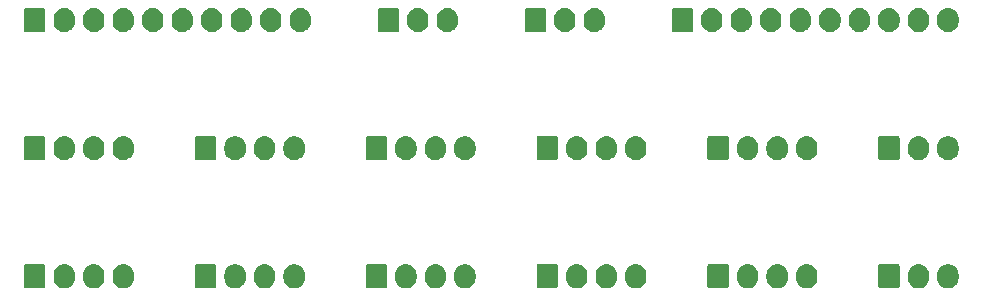
<source format=gbr>
G04 #@! TF.GenerationSoftware,KiCad,Pcbnew,(5.0.1)-3*
G04 #@! TF.CreationDate,2020-04-19T11:49:36-04:00*
G04 #@! TF.ProjectId,frontPanel_100mm,66726F6E7450616E656C5F3130306D6D,rev?*
G04 #@! TF.SameCoordinates,Original*
G04 #@! TF.FileFunction,Soldermask,Top*
G04 #@! TF.FilePolarity,Negative*
%FSLAX46Y46*%
G04 Gerber Fmt 4.6, Leading zero omitted, Abs format (unit mm)*
G04 Created by KiCad (PCBNEW (5.0.1)-3) date 4/19/2020 11:49:36 AM*
%MOMM*%
%LPD*%
G01*
G04 APERTURE LIST*
%ADD10C,0.100000*%
G04 APERTURE END LIST*
D10*
G36*
X144758626Y-77827037D02*
X144871852Y-77861384D01*
X144928466Y-77878557D01*
X145084989Y-77962221D01*
X145222186Y-78074814D01*
X145305448Y-78176271D01*
X145334778Y-78212009D01*
X145334779Y-78212011D01*
X145418443Y-78368533D01*
X145435616Y-78425147D01*
X145469963Y-78538373D01*
X145483000Y-78670742D01*
X145483000Y-79009257D01*
X145469963Y-79141626D01*
X145418443Y-79311466D01*
X145334778Y-79467991D01*
X145334777Y-79467992D01*
X145222186Y-79605186D01*
X145127251Y-79683096D01*
X145084991Y-79717778D01*
X145084989Y-79717779D01*
X144928467Y-79801443D01*
X144887734Y-79813799D01*
X144758627Y-79852963D01*
X144582000Y-79870359D01*
X144405374Y-79852963D01*
X144276267Y-79813799D01*
X144235534Y-79801443D01*
X144079012Y-79717779D01*
X144079010Y-79717778D01*
X143941816Y-79605186D01*
X143941812Y-79605183D01*
X143829222Y-79467992D01*
X143745557Y-79311467D01*
X143728384Y-79254853D01*
X143694037Y-79141627D01*
X143681000Y-79009258D01*
X143681000Y-78670743D01*
X143694037Y-78538374D01*
X143745557Y-78368535D01*
X143745557Y-78368534D01*
X143829221Y-78212011D01*
X143941814Y-78074814D01*
X144043271Y-77991552D01*
X144079009Y-77962222D01*
X144096913Y-77952652D01*
X144235533Y-77878557D01*
X144292147Y-77861384D01*
X144405373Y-77827037D01*
X144582000Y-77809641D01*
X144758626Y-77827037D01*
X144758626Y-77827037D01*
G37*
G36*
X130292626Y-77827037D02*
X130405852Y-77861384D01*
X130462466Y-77878557D01*
X130618989Y-77962221D01*
X130756186Y-78074814D01*
X130839448Y-78176271D01*
X130868778Y-78212009D01*
X130868779Y-78212011D01*
X130952443Y-78368533D01*
X130969616Y-78425147D01*
X131003963Y-78538373D01*
X131017000Y-78670742D01*
X131017000Y-79009257D01*
X131003963Y-79141626D01*
X130952443Y-79311466D01*
X130868778Y-79467991D01*
X130868777Y-79467992D01*
X130756186Y-79605186D01*
X130661251Y-79683096D01*
X130618991Y-79717778D01*
X130618989Y-79717779D01*
X130462467Y-79801443D01*
X130421734Y-79813799D01*
X130292627Y-79852963D01*
X130116000Y-79870359D01*
X129939374Y-79852963D01*
X129810267Y-79813799D01*
X129769534Y-79801443D01*
X129613012Y-79717779D01*
X129613010Y-79717778D01*
X129475816Y-79605186D01*
X129475812Y-79605183D01*
X129363222Y-79467992D01*
X129279557Y-79311467D01*
X129262384Y-79254853D01*
X129228037Y-79141627D01*
X129215000Y-79009258D01*
X129215000Y-78670743D01*
X129228037Y-78538374D01*
X129279557Y-78368535D01*
X129279557Y-78368534D01*
X129363221Y-78212011D01*
X129475814Y-78074814D01*
X129577271Y-77991552D01*
X129613009Y-77962222D01*
X129630913Y-77952652D01*
X129769533Y-77878557D01*
X129826147Y-77861384D01*
X129939373Y-77827037D01*
X130116000Y-77809641D01*
X130292626Y-77827037D01*
X130292626Y-77827037D01*
G37*
G36*
X154224626Y-77827037D02*
X154337852Y-77861384D01*
X154394466Y-77878557D01*
X154550989Y-77962221D01*
X154688186Y-78074814D01*
X154771448Y-78176271D01*
X154800778Y-78212009D01*
X154800779Y-78212011D01*
X154884443Y-78368533D01*
X154901616Y-78425147D01*
X154935963Y-78538373D01*
X154949000Y-78670742D01*
X154949000Y-79009257D01*
X154935963Y-79141626D01*
X154884443Y-79311466D01*
X154800778Y-79467991D01*
X154800777Y-79467992D01*
X154688186Y-79605186D01*
X154593251Y-79683096D01*
X154550991Y-79717778D01*
X154550989Y-79717779D01*
X154394467Y-79801443D01*
X154353734Y-79813799D01*
X154224627Y-79852963D01*
X154048000Y-79870359D01*
X153871374Y-79852963D01*
X153742267Y-79813799D01*
X153701534Y-79801443D01*
X153545012Y-79717779D01*
X153545010Y-79717778D01*
X153407816Y-79605186D01*
X153407812Y-79605183D01*
X153295222Y-79467992D01*
X153211557Y-79311467D01*
X153194384Y-79254853D01*
X153160037Y-79141627D01*
X153147000Y-79009258D01*
X153147000Y-78670743D01*
X153160037Y-78538374D01*
X153211557Y-78368535D01*
X153211557Y-78368534D01*
X153295221Y-78212011D01*
X153407814Y-78074814D01*
X153509271Y-77991552D01*
X153545009Y-77962222D01*
X153562913Y-77952652D01*
X153701533Y-77878557D01*
X153758147Y-77861384D01*
X153871373Y-77827037D01*
X154048000Y-77809641D01*
X154224626Y-77827037D01*
X154224626Y-77827037D01*
G37*
G36*
X156724626Y-77827037D02*
X156837852Y-77861384D01*
X156894466Y-77878557D01*
X157050989Y-77962221D01*
X157188186Y-78074814D01*
X157271448Y-78176271D01*
X157300778Y-78212009D01*
X157300779Y-78212011D01*
X157384443Y-78368533D01*
X157401616Y-78425147D01*
X157435963Y-78538373D01*
X157449000Y-78670742D01*
X157449000Y-79009257D01*
X157435963Y-79141626D01*
X157384443Y-79311466D01*
X157300778Y-79467991D01*
X157300777Y-79467992D01*
X157188186Y-79605186D01*
X157093251Y-79683096D01*
X157050991Y-79717778D01*
X157050989Y-79717779D01*
X156894467Y-79801443D01*
X156853734Y-79813799D01*
X156724627Y-79852963D01*
X156548000Y-79870359D01*
X156371374Y-79852963D01*
X156242267Y-79813799D01*
X156201534Y-79801443D01*
X156045012Y-79717779D01*
X156045010Y-79717778D01*
X155907816Y-79605186D01*
X155907812Y-79605183D01*
X155795222Y-79467992D01*
X155711557Y-79311467D01*
X155694384Y-79254853D01*
X155660037Y-79141627D01*
X155647000Y-79009258D01*
X155647000Y-78670743D01*
X155660037Y-78538374D01*
X155711557Y-78368535D01*
X155711557Y-78368534D01*
X155795221Y-78212011D01*
X155907814Y-78074814D01*
X156009271Y-77991552D01*
X156045009Y-77962222D01*
X156062913Y-77952652D01*
X156201533Y-77878557D01*
X156258147Y-77861384D01*
X156371373Y-77827037D01*
X156548000Y-77809641D01*
X156724626Y-77827037D01*
X156724626Y-77827037D01*
G37*
G36*
X159224626Y-77827037D02*
X159337852Y-77861384D01*
X159394466Y-77878557D01*
X159550989Y-77962221D01*
X159688186Y-78074814D01*
X159771448Y-78176271D01*
X159800778Y-78212009D01*
X159800779Y-78212011D01*
X159884443Y-78368533D01*
X159901616Y-78425147D01*
X159935963Y-78538373D01*
X159949000Y-78670742D01*
X159949000Y-79009257D01*
X159935963Y-79141626D01*
X159884443Y-79311466D01*
X159800778Y-79467991D01*
X159800777Y-79467992D01*
X159688186Y-79605186D01*
X159593251Y-79683096D01*
X159550991Y-79717778D01*
X159550989Y-79717779D01*
X159394467Y-79801443D01*
X159353734Y-79813799D01*
X159224627Y-79852963D01*
X159048000Y-79870359D01*
X158871374Y-79852963D01*
X158742267Y-79813799D01*
X158701534Y-79801443D01*
X158545012Y-79717779D01*
X158545010Y-79717778D01*
X158407816Y-79605186D01*
X158407812Y-79605183D01*
X158295222Y-79467992D01*
X158211557Y-79311467D01*
X158194384Y-79254853D01*
X158160037Y-79141627D01*
X158147000Y-79009258D01*
X158147000Y-78670743D01*
X158160037Y-78538374D01*
X158211557Y-78368535D01*
X158211557Y-78368534D01*
X158295221Y-78212011D01*
X158407814Y-78074814D01*
X158509271Y-77991552D01*
X158545009Y-77962222D01*
X158562913Y-77952652D01*
X158701533Y-77878557D01*
X158758147Y-77861384D01*
X158871373Y-77827037D01*
X159048000Y-77809641D01*
X159224626Y-77827037D01*
X159224626Y-77827037D01*
G37*
G36*
X142258626Y-77827037D02*
X142371852Y-77861384D01*
X142428466Y-77878557D01*
X142584989Y-77962221D01*
X142722186Y-78074814D01*
X142805448Y-78176271D01*
X142834778Y-78212009D01*
X142834779Y-78212011D01*
X142918443Y-78368533D01*
X142935616Y-78425147D01*
X142969963Y-78538373D01*
X142983000Y-78670742D01*
X142983000Y-79009257D01*
X142969963Y-79141626D01*
X142918443Y-79311466D01*
X142834778Y-79467991D01*
X142834777Y-79467992D01*
X142722186Y-79605186D01*
X142627251Y-79683096D01*
X142584991Y-79717778D01*
X142584989Y-79717779D01*
X142428467Y-79801443D01*
X142387734Y-79813799D01*
X142258627Y-79852963D01*
X142082000Y-79870359D01*
X141905374Y-79852963D01*
X141776267Y-79813799D01*
X141735534Y-79801443D01*
X141579012Y-79717779D01*
X141579010Y-79717778D01*
X141441816Y-79605186D01*
X141441812Y-79605183D01*
X141329222Y-79467992D01*
X141245557Y-79311467D01*
X141228384Y-79254853D01*
X141194037Y-79141627D01*
X141181000Y-79009258D01*
X141181000Y-78670743D01*
X141194037Y-78538374D01*
X141245557Y-78368535D01*
X141245557Y-78368534D01*
X141329221Y-78212011D01*
X141441814Y-78074814D01*
X141543271Y-77991552D01*
X141579009Y-77962222D01*
X141596913Y-77952652D01*
X141735533Y-77878557D01*
X141792147Y-77861384D01*
X141905373Y-77827037D01*
X142082000Y-77809641D01*
X142258626Y-77827037D01*
X142258626Y-77827037D01*
G37*
G36*
X139758626Y-77827037D02*
X139871852Y-77861384D01*
X139928466Y-77878557D01*
X140084989Y-77962221D01*
X140222186Y-78074814D01*
X140305448Y-78176271D01*
X140334778Y-78212009D01*
X140334779Y-78212011D01*
X140418443Y-78368533D01*
X140435616Y-78425147D01*
X140469963Y-78538373D01*
X140483000Y-78670742D01*
X140483000Y-79009257D01*
X140469963Y-79141626D01*
X140418443Y-79311466D01*
X140334778Y-79467991D01*
X140334777Y-79467992D01*
X140222186Y-79605186D01*
X140127251Y-79683096D01*
X140084991Y-79717778D01*
X140084989Y-79717779D01*
X139928467Y-79801443D01*
X139887734Y-79813799D01*
X139758627Y-79852963D01*
X139582000Y-79870359D01*
X139405374Y-79852963D01*
X139276267Y-79813799D01*
X139235534Y-79801443D01*
X139079012Y-79717779D01*
X139079010Y-79717778D01*
X138941816Y-79605186D01*
X138941812Y-79605183D01*
X138829222Y-79467992D01*
X138745557Y-79311467D01*
X138728384Y-79254853D01*
X138694037Y-79141627D01*
X138681000Y-79009258D01*
X138681000Y-78670743D01*
X138694037Y-78538374D01*
X138745557Y-78368535D01*
X138745557Y-78368534D01*
X138829221Y-78212011D01*
X138941814Y-78074814D01*
X139043271Y-77991552D01*
X139079009Y-77962222D01*
X139096913Y-77952652D01*
X139235533Y-77878557D01*
X139292147Y-77861384D01*
X139405373Y-77827037D01*
X139582000Y-77809641D01*
X139758626Y-77827037D01*
X139758626Y-77827037D01*
G37*
G36*
X125292626Y-77827037D02*
X125405852Y-77861384D01*
X125462466Y-77878557D01*
X125618989Y-77962221D01*
X125756186Y-78074814D01*
X125839448Y-78176271D01*
X125868778Y-78212009D01*
X125868779Y-78212011D01*
X125952443Y-78368533D01*
X125969616Y-78425147D01*
X126003963Y-78538373D01*
X126017000Y-78670742D01*
X126017000Y-79009257D01*
X126003963Y-79141626D01*
X125952443Y-79311466D01*
X125868778Y-79467991D01*
X125868777Y-79467992D01*
X125756186Y-79605186D01*
X125661251Y-79683096D01*
X125618991Y-79717778D01*
X125618989Y-79717779D01*
X125462467Y-79801443D01*
X125421734Y-79813799D01*
X125292627Y-79852963D01*
X125116000Y-79870359D01*
X124939374Y-79852963D01*
X124810267Y-79813799D01*
X124769534Y-79801443D01*
X124613012Y-79717779D01*
X124613010Y-79717778D01*
X124475816Y-79605186D01*
X124475812Y-79605183D01*
X124363222Y-79467992D01*
X124279557Y-79311467D01*
X124262384Y-79254853D01*
X124228037Y-79141627D01*
X124215000Y-79009258D01*
X124215000Y-78670743D01*
X124228037Y-78538374D01*
X124279557Y-78368535D01*
X124279557Y-78368534D01*
X124363221Y-78212011D01*
X124475814Y-78074814D01*
X124577271Y-77991552D01*
X124613009Y-77962222D01*
X124630913Y-77952652D01*
X124769533Y-77878557D01*
X124826147Y-77861384D01*
X124939373Y-77827037D01*
X125116000Y-77809641D01*
X125292626Y-77827037D01*
X125292626Y-77827037D01*
G37*
G36*
X127792626Y-77827037D02*
X127905852Y-77861384D01*
X127962466Y-77878557D01*
X128118989Y-77962221D01*
X128256186Y-78074814D01*
X128339448Y-78176271D01*
X128368778Y-78212009D01*
X128368779Y-78212011D01*
X128452443Y-78368533D01*
X128469616Y-78425147D01*
X128503963Y-78538373D01*
X128517000Y-78670742D01*
X128517000Y-79009257D01*
X128503963Y-79141626D01*
X128452443Y-79311466D01*
X128368778Y-79467991D01*
X128368777Y-79467992D01*
X128256186Y-79605186D01*
X128161251Y-79683096D01*
X128118991Y-79717778D01*
X128118989Y-79717779D01*
X127962467Y-79801443D01*
X127921734Y-79813799D01*
X127792627Y-79852963D01*
X127616000Y-79870359D01*
X127439374Y-79852963D01*
X127310267Y-79813799D01*
X127269534Y-79801443D01*
X127113012Y-79717779D01*
X127113010Y-79717778D01*
X126975816Y-79605186D01*
X126975812Y-79605183D01*
X126863222Y-79467992D01*
X126779557Y-79311467D01*
X126762384Y-79254853D01*
X126728037Y-79141627D01*
X126715000Y-79009258D01*
X126715000Y-78670743D01*
X126728037Y-78538374D01*
X126779557Y-78368535D01*
X126779557Y-78368534D01*
X126863221Y-78212011D01*
X126975814Y-78074814D01*
X127077271Y-77991552D01*
X127113009Y-77962222D01*
X127130913Y-77952652D01*
X127269533Y-77878557D01*
X127326147Y-77861384D01*
X127439373Y-77827037D01*
X127616000Y-77809641D01*
X127792626Y-77827037D01*
X127792626Y-77827037D01*
G37*
G36*
X171190626Y-77827037D02*
X171303852Y-77861384D01*
X171360466Y-77878557D01*
X171516989Y-77962221D01*
X171654186Y-78074814D01*
X171737448Y-78176271D01*
X171766778Y-78212009D01*
X171766779Y-78212011D01*
X171850443Y-78368533D01*
X171867616Y-78425147D01*
X171901963Y-78538373D01*
X171915000Y-78670742D01*
X171915000Y-79009257D01*
X171901963Y-79141626D01*
X171850443Y-79311466D01*
X171766778Y-79467991D01*
X171766777Y-79467992D01*
X171654186Y-79605186D01*
X171559251Y-79683096D01*
X171516991Y-79717778D01*
X171516989Y-79717779D01*
X171360467Y-79801443D01*
X171319734Y-79813799D01*
X171190627Y-79852963D01*
X171014000Y-79870359D01*
X170837374Y-79852963D01*
X170708267Y-79813799D01*
X170667534Y-79801443D01*
X170511012Y-79717779D01*
X170511010Y-79717778D01*
X170373816Y-79605186D01*
X170373812Y-79605183D01*
X170261222Y-79467992D01*
X170177557Y-79311467D01*
X170160384Y-79254853D01*
X170126037Y-79141627D01*
X170113000Y-79009258D01*
X170113000Y-78670743D01*
X170126037Y-78538374D01*
X170177557Y-78368535D01*
X170177557Y-78368534D01*
X170261221Y-78212011D01*
X170373814Y-78074814D01*
X170475271Y-77991552D01*
X170511009Y-77962222D01*
X170528913Y-77952652D01*
X170667533Y-77878557D01*
X170724147Y-77861384D01*
X170837373Y-77827037D01*
X171014000Y-77809641D01*
X171190626Y-77827037D01*
X171190626Y-77827037D01*
G37*
G36*
X168690626Y-77827037D02*
X168803852Y-77861384D01*
X168860466Y-77878557D01*
X169016989Y-77962221D01*
X169154186Y-78074814D01*
X169237448Y-78176271D01*
X169266778Y-78212009D01*
X169266779Y-78212011D01*
X169350443Y-78368533D01*
X169367616Y-78425147D01*
X169401963Y-78538373D01*
X169415000Y-78670742D01*
X169415000Y-79009257D01*
X169401963Y-79141626D01*
X169350443Y-79311466D01*
X169266778Y-79467991D01*
X169266777Y-79467992D01*
X169154186Y-79605186D01*
X169059251Y-79683096D01*
X169016991Y-79717778D01*
X169016989Y-79717779D01*
X168860467Y-79801443D01*
X168819734Y-79813799D01*
X168690627Y-79852963D01*
X168514000Y-79870359D01*
X168337374Y-79852963D01*
X168208267Y-79813799D01*
X168167534Y-79801443D01*
X168011012Y-79717779D01*
X168011010Y-79717778D01*
X167873816Y-79605186D01*
X167873812Y-79605183D01*
X167761222Y-79467992D01*
X167677557Y-79311467D01*
X167660384Y-79254853D01*
X167626037Y-79141627D01*
X167613000Y-79009258D01*
X167613000Y-78670743D01*
X167626037Y-78538374D01*
X167677557Y-78368535D01*
X167677557Y-78368534D01*
X167761221Y-78212011D01*
X167873814Y-78074814D01*
X167975271Y-77991552D01*
X168011009Y-77962222D01*
X168028913Y-77952652D01*
X168167533Y-77878557D01*
X168224147Y-77861384D01*
X168337373Y-77827037D01*
X168514000Y-77809641D01*
X168690626Y-77827037D01*
X168690626Y-77827037D01*
G37*
G36*
X110826626Y-77827037D02*
X110939852Y-77861384D01*
X110996466Y-77878557D01*
X111152989Y-77962221D01*
X111290186Y-78074814D01*
X111373448Y-78176271D01*
X111402778Y-78212009D01*
X111402779Y-78212011D01*
X111486443Y-78368533D01*
X111503616Y-78425147D01*
X111537963Y-78538373D01*
X111551000Y-78670742D01*
X111551000Y-79009257D01*
X111537963Y-79141626D01*
X111486443Y-79311466D01*
X111402778Y-79467991D01*
X111402777Y-79467992D01*
X111290186Y-79605186D01*
X111195251Y-79683096D01*
X111152991Y-79717778D01*
X111152989Y-79717779D01*
X110996467Y-79801443D01*
X110955734Y-79813799D01*
X110826627Y-79852963D01*
X110650000Y-79870359D01*
X110473374Y-79852963D01*
X110344267Y-79813799D01*
X110303534Y-79801443D01*
X110147012Y-79717779D01*
X110147010Y-79717778D01*
X110009816Y-79605186D01*
X110009812Y-79605183D01*
X109897222Y-79467992D01*
X109813557Y-79311467D01*
X109796384Y-79254853D01*
X109762037Y-79141627D01*
X109749000Y-79009258D01*
X109749000Y-78670743D01*
X109762037Y-78538374D01*
X109813557Y-78368535D01*
X109813557Y-78368534D01*
X109897221Y-78212011D01*
X110009814Y-78074814D01*
X110111271Y-77991552D01*
X110147009Y-77962222D01*
X110164913Y-77952652D01*
X110303533Y-77878557D01*
X110360147Y-77861384D01*
X110473373Y-77827037D01*
X110650000Y-77809641D01*
X110826626Y-77827037D01*
X110826626Y-77827037D01*
G37*
G36*
X113326626Y-77827037D02*
X113439852Y-77861384D01*
X113496466Y-77878557D01*
X113652989Y-77962221D01*
X113790186Y-78074814D01*
X113873448Y-78176271D01*
X113902778Y-78212009D01*
X113902779Y-78212011D01*
X113986443Y-78368533D01*
X114003616Y-78425147D01*
X114037963Y-78538373D01*
X114051000Y-78670742D01*
X114051000Y-79009257D01*
X114037963Y-79141626D01*
X113986443Y-79311466D01*
X113902778Y-79467991D01*
X113902777Y-79467992D01*
X113790186Y-79605186D01*
X113695251Y-79683096D01*
X113652991Y-79717778D01*
X113652989Y-79717779D01*
X113496467Y-79801443D01*
X113455734Y-79813799D01*
X113326627Y-79852963D01*
X113150000Y-79870359D01*
X112973374Y-79852963D01*
X112844267Y-79813799D01*
X112803534Y-79801443D01*
X112647012Y-79717779D01*
X112647010Y-79717778D01*
X112509816Y-79605186D01*
X112509812Y-79605183D01*
X112397222Y-79467992D01*
X112313557Y-79311467D01*
X112296384Y-79254853D01*
X112262037Y-79141627D01*
X112249000Y-79009258D01*
X112249000Y-78670743D01*
X112262037Y-78538374D01*
X112313557Y-78368535D01*
X112313557Y-78368534D01*
X112397221Y-78212011D01*
X112509814Y-78074814D01*
X112611271Y-77991552D01*
X112647009Y-77962222D01*
X112664913Y-77952652D01*
X112803533Y-77878557D01*
X112860147Y-77861384D01*
X112973373Y-77827037D01*
X113150000Y-77809641D01*
X113326626Y-77827037D01*
X113326626Y-77827037D01*
G37*
G36*
X115826626Y-77827037D02*
X115939852Y-77861384D01*
X115996466Y-77878557D01*
X116152989Y-77962221D01*
X116290186Y-78074814D01*
X116373448Y-78176271D01*
X116402778Y-78212009D01*
X116402779Y-78212011D01*
X116486443Y-78368533D01*
X116503616Y-78425147D01*
X116537963Y-78538373D01*
X116551000Y-78670742D01*
X116551000Y-79009257D01*
X116537963Y-79141626D01*
X116486443Y-79311466D01*
X116402778Y-79467991D01*
X116402777Y-79467992D01*
X116290186Y-79605186D01*
X116195251Y-79683096D01*
X116152991Y-79717778D01*
X116152989Y-79717779D01*
X115996467Y-79801443D01*
X115955734Y-79813799D01*
X115826627Y-79852963D01*
X115650000Y-79870359D01*
X115473374Y-79852963D01*
X115344267Y-79813799D01*
X115303534Y-79801443D01*
X115147012Y-79717779D01*
X115147010Y-79717778D01*
X115009816Y-79605186D01*
X115009812Y-79605183D01*
X114897222Y-79467992D01*
X114813557Y-79311467D01*
X114796384Y-79254853D01*
X114762037Y-79141627D01*
X114749000Y-79009258D01*
X114749000Y-78670743D01*
X114762037Y-78538374D01*
X114813557Y-78368535D01*
X114813557Y-78368534D01*
X114897221Y-78212011D01*
X115009814Y-78074814D01*
X115111271Y-77991552D01*
X115147009Y-77962222D01*
X115164913Y-77952652D01*
X115303533Y-77878557D01*
X115360147Y-77861384D01*
X115473373Y-77827037D01*
X115650000Y-77809641D01*
X115826626Y-77827037D01*
X115826626Y-77827037D01*
G37*
G36*
X185656626Y-77827037D02*
X185769852Y-77861384D01*
X185826466Y-77878557D01*
X185982989Y-77962221D01*
X186120186Y-78074814D01*
X186203448Y-78176271D01*
X186232778Y-78212009D01*
X186232779Y-78212011D01*
X186316443Y-78368533D01*
X186333616Y-78425147D01*
X186367963Y-78538373D01*
X186381000Y-78670742D01*
X186381000Y-79009257D01*
X186367963Y-79141626D01*
X186316443Y-79311466D01*
X186232778Y-79467991D01*
X186232777Y-79467992D01*
X186120186Y-79605186D01*
X186025251Y-79683096D01*
X185982991Y-79717778D01*
X185982989Y-79717779D01*
X185826467Y-79801443D01*
X185785734Y-79813799D01*
X185656627Y-79852963D01*
X185480000Y-79870359D01*
X185303374Y-79852963D01*
X185174267Y-79813799D01*
X185133534Y-79801443D01*
X184977012Y-79717779D01*
X184977010Y-79717778D01*
X184839816Y-79605186D01*
X184839812Y-79605183D01*
X184727222Y-79467992D01*
X184643557Y-79311467D01*
X184626384Y-79254853D01*
X184592037Y-79141627D01*
X184579000Y-79009258D01*
X184579000Y-78670743D01*
X184592037Y-78538374D01*
X184643557Y-78368535D01*
X184643557Y-78368534D01*
X184727221Y-78212011D01*
X184839814Y-78074814D01*
X184941271Y-77991552D01*
X184977009Y-77962222D01*
X184994913Y-77952652D01*
X185133533Y-77878557D01*
X185190147Y-77861384D01*
X185303373Y-77827037D01*
X185480000Y-77809641D01*
X185656626Y-77827037D01*
X185656626Y-77827037D01*
G37*
G36*
X183156626Y-77827037D02*
X183269852Y-77861384D01*
X183326466Y-77878557D01*
X183482989Y-77962221D01*
X183620186Y-78074814D01*
X183703448Y-78176271D01*
X183732778Y-78212009D01*
X183732779Y-78212011D01*
X183816443Y-78368533D01*
X183833616Y-78425147D01*
X183867963Y-78538373D01*
X183881000Y-78670742D01*
X183881000Y-79009257D01*
X183867963Y-79141626D01*
X183816443Y-79311466D01*
X183732778Y-79467991D01*
X183732777Y-79467992D01*
X183620186Y-79605186D01*
X183525251Y-79683096D01*
X183482991Y-79717778D01*
X183482989Y-79717779D01*
X183326467Y-79801443D01*
X183285734Y-79813799D01*
X183156627Y-79852963D01*
X182980000Y-79870359D01*
X182803374Y-79852963D01*
X182674267Y-79813799D01*
X182633534Y-79801443D01*
X182477012Y-79717779D01*
X182477010Y-79717778D01*
X182339816Y-79605186D01*
X182339812Y-79605183D01*
X182227222Y-79467992D01*
X182143557Y-79311467D01*
X182126384Y-79254853D01*
X182092037Y-79141627D01*
X182079000Y-79009258D01*
X182079000Y-78670743D01*
X182092037Y-78538374D01*
X182143557Y-78368535D01*
X182143557Y-78368534D01*
X182227221Y-78212011D01*
X182339814Y-78074814D01*
X182441271Y-77991552D01*
X182477009Y-77962222D01*
X182494913Y-77952652D01*
X182633533Y-77878557D01*
X182690147Y-77861384D01*
X182803373Y-77827037D01*
X182980000Y-77809641D01*
X183156626Y-77827037D01*
X183156626Y-77827037D01*
G37*
G36*
X173690626Y-77827037D02*
X173803852Y-77861384D01*
X173860466Y-77878557D01*
X174016989Y-77962221D01*
X174154186Y-78074814D01*
X174237448Y-78176271D01*
X174266778Y-78212009D01*
X174266779Y-78212011D01*
X174350443Y-78368533D01*
X174367616Y-78425147D01*
X174401963Y-78538373D01*
X174415000Y-78670742D01*
X174415000Y-79009257D01*
X174401963Y-79141626D01*
X174350443Y-79311466D01*
X174266778Y-79467991D01*
X174266777Y-79467992D01*
X174154186Y-79605186D01*
X174059251Y-79683096D01*
X174016991Y-79717778D01*
X174016989Y-79717779D01*
X173860467Y-79801443D01*
X173819734Y-79813799D01*
X173690627Y-79852963D01*
X173514000Y-79870359D01*
X173337374Y-79852963D01*
X173208267Y-79813799D01*
X173167534Y-79801443D01*
X173011012Y-79717779D01*
X173011010Y-79717778D01*
X172873816Y-79605186D01*
X172873812Y-79605183D01*
X172761222Y-79467992D01*
X172677557Y-79311467D01*
X172660384Y-79254853D01*
X172626037Y-79141627D01*
X172613000Y-79009258D01*
X172613000Y-78670743D01*
X172626037Y-78538374D01*
X172677557Y-78368535D01*
X172677557Y-78368534D01*
X172761221Y-78212011D01*
X172873814Y-78074814D01*
X172975271Y-77991552D01*
X173011009Y-77962222D01*
X173028913Y-77952652D01*
X173167533Y-77878557D01*
X173224147Y-77861384D01*
X173337373Y-77827037D01*
X173514000Y-77809641D01*
X173690626Y-77827037D01*
X173690626Y-77827037D01*
G37*
G36*
X108908600Y-77817989D02*
X108941649Y-77828014D01*
X108972106Y-77844294D01*
X108998799Y-77866201D01*
X109020706Y-77892894D01*
X109036986Y-77923351D01*
X109047011Y-77956400D01*
X109051000Y-77996904D01*
X109051000Y-79683096D01*
X109047011Y-79723600D01*
X109036986Y-79756649D01*
X109020706Y-79787106D01*
X108998799Y-79813799D01*
X108972106Y-79835706D01*
X108941649Y-79851986D01*
X108908600Y-79862011D01*
X108868096Y-79866000D01*
X107431904Y-79866000D01*
X107391400Y-79862011D01*
X107358351Y-79851986D01*
X107327894Y-79835706D01*
X107301201Y-79813799D01*
X107279294Y-79787106D01*
X107263014Y-79756649D01*
X107252989Y-79723600D01*
X107249000Y-79683096D01*
X107249000Y-77996904D01*
X107252989Y-77956400D01*
X107263014Y-77923351D01*
X107279294Y-77892894D01*
X107301201Y-77866201D01*
X107327894Y-77844294D01*
X107358351Y-77828014D01*
X107391400Y-77817989D01*
X107431904Y-77814000D01*
X108868096Y-77814000D01*
X108908600Y-77817989D01*
X108908600Y-77817989D01*
G37*
G36*
X181238600Y-77817989D02*
X181271649Y-77828014D01*
X181302106Y-77844294D01*
X181328799Y-77866201D01*
X181350706Y-77892894D01*
X181366986Y-77923351D01*
X181377011Y-77956400D01*
X181381000Y-77996904D01*
X181381000Y-79683096D01*
X181377011Y-79723600D01*
X181366986Y-79756649D01*
X181350706Y-79787106D01*
X181328799Y-79813799D01*
X181302106Y-79835706D01*
X181271649Y-79851986D01*
X181238600Y-79862011D01*
X181198096Y-79866000D01*
X179761904Y-79866000D01*
X179721400Y-79862011D01*
X179688351Y-79851986D01*
X179657894Y-79835706D01*
X179631201Y-79813799D01*
X179609294Y-79787106D01*
X179593014Y-79756649D01*
X179582989Y-79723600D01*
X179579000Y-79683096D01*
X179579000Y-77996904D01*
X179582989Y-77956400D01*
X179593014Y-77923351D01*
X179609294Y-77892894D01*
X179631201Y-77866201D01*
X179657894Y-77844294D01*
X179688351Y-77828014D01*
X179721400Y-77817989D01*
X179761904Y-77814000D01*
X181198096Y-77814000D01*
X181238600Y-77817989D01*
X181238600Y-77817989D01*
G37*
G36*
X166772600Y-77817989D02*
X166805649Y-77828014D01*
X166836106Y-77844294D01*
X166862799Y-77866201D01*
X166884706Y-77892894D01*
X166900986Y-77923351D01*
X166911011Y-77956400D01*
X166915000Y-77996904D01*
X166915000Y-79683096D01*
X166911011Y-79723600D01*
X166900986Y-79756649D01*
X166884706Y-79787106D01*
X166862799Y-79813799D01*
X166836106Y-79835706D01*
X166805649Y-79851986D01*
X166772600Y-79862011D01*
X166732096Y-79866000D01*
X165295904Y-79866000D01*
X165255400Y-79862011D01*
X165222351Y-79851986D01*
X165191894Y-79835706D01*
X165165201Y-79813799D01*
X165143294Y-79787106D01*
X165127014Y-79756649D01*
X165116989Y-79723600D01*
X165113000Y-79683096D01*
X165113000Y-77996904D01*
X165116989Y-77956400D01*
X165127014Y-77923351D01*
X165143294Y-77892894D01*
X165165201Y-77866201D01*
X165191894Y-77844294D01*
X165222351Y-77828014D01*
X165255400Y-77817989D01*
X165295904Y-77814000D01*
X166732096Y-77814000D01*
X166772600Y-77817989D01*
X166772600Y-77817989D01*
G37*
G36*
X152306600Y-77817989D02*
X152339649Y-77828014D01*
X152370106Y-77844294D01*
X152396799Y-77866201D01*
X152418706Y-77892894D01*
X152434986Y-77923351D01*
X152445011Y-77956400D01*
X152449000Y-77996904D01*
X152449000Y-79683096D01*
X152445011Y-79723600D01*
X152434986Y-79756649D01*
X152418706Y-79787106D01*
X152396799Y-79813799D01*
X152370106Y-79835706D01*
X152339649Y-79851986D01*
X152306600Y-79862011D01*
X152266096Y-79866000D01*
X150829904Y-79866000D01*
X150789400Y-79862011D01*
X150756351Y-79851986D01*
X150725894Y-79835706D01*
X150699201Y-79813799D01*
X150677294Y-79787106D01*
X150661014Y-79756649D01*
X150650989Y-79723600D01*
X150647000Y-79683096D01*
X150647000Y-77996904D01*
X150650989Y-77956400D01*
X150661014Y-77923351D01*
X150677294Y-77892894D01*
X150699201Y-77866201D01*
X150725894Y-77844294D01*
X150756351Y-77828014D01*
X150789400Y-77817989D01*
X150829904Y-77814000D01*
X152266096Y-77814000D01*
X152306600Y-77817989D01*
X152306600Y-77817989D01*
G37*
G36*
X137840600Y-77817989D02*
X137873649Y-77828014D01*
X137904106Y-77844294D01*
X137930799Y-77866201D01*
X137952706Y-77892894D01*
X137968986Y-77923351D01*
X137979011Y-77956400D01*
X137983000Y-77996904D01*
X137983000Y-79683096D01*
X137979011Y-79723600D01*
X137968986Y-79756649D01*
X137952706Y-79787106D01*
X137930799Y-79813799D01*
X137904106Y-79835706D01*
X137873649Y-79851986D01*
X137840600Y-79862011D01*
X137800096Y-79866000D01*
X136363904Y-79866000D01*
X136323400Y-79862011D01*
X136290351Y-79851986D01*
X136259894Y-79835706D01*
X136233201Y-79813799D01*
X136211294Y-79787106D01*
X136195014Y-79756649D01*
X136184989Y-79723600D01*
X136181000Y-79683096D01*
X136181000Y-77996904D01*
X136184989Y-77956400D01*
X136195014Y-77923351D01*
X136211294Y-77892894D01*
X136233201Y-77866201D01*
X136259894Y-77844294D01*
X136290351Y-77828014D01*
X136323400Y-77817989D01*
X136363904Y-77814000D01*
X137800096Y-77814000D01*
X137840600Y-77817989D01*
X137840600Y-77817989D01*
G37*
G36*
X123374600Y-77817989D02*
X123407649Y-77828014D01*
X123438106Y-77844294D01*
X123464799Y-77866201D01*
X123486706Y-77892894D01*
X123502986Y-77923351D01*
X123513011Y-77956400D01*
X123517000Y-77996904D01*
X123517000Y-79683096D01*
X123513011Y-79723600D01*
X123502986Y-79756649D01*
X123486706Y-79787106D01*
X123464799Y-79813799D01*
X123438106Y-79835706D01*
X123407649Y-79851986D01*
X123374600Y-79862011D01*
X123334096Y-79866000D01*
X121897904Y-79866000D01*
X121857400Y-79862011D01*
X121824351Y-79851986D01*
X121793894Y-79835706D01*
X121767201Y-79813799D01*
X121745294Y-79787106D01*
X121729014Y-79756649D01*
X121718989Y-79723600D01*
X121715000Y-79683096D01*
X121715000Y-77996904D01*
X121718989Y-77956400D01*
X121729014Y-77923351D01*
X121745294Y-77892894D01*
X121767201Y-77866201D01*
X121793894Y-77844294D01*
X121824351Y-77828014D01*
X121857400Y-77817989D01*
X121897904Y-77814000D01*
X123334096Y-77814000D01*
X123374600Y-77817989D01*
X123374600Y-77817989D01*
G37*
G36*
X130292626Y-66982037D02*
X130405852Y-67016384D01*
X130462466Y-67033557D01*
X130618989Y-67117221D01*
X130756186Y-67229814D01*
X130839448Y-67331271D01*
X130868778Y-67367009D01*
X130868779Y-67367011D01*
X130952443Y-67523533D01*
X130969616Y-67580147D01*
X131003963Y-67693373D01*
X131017000Y-67825742D01*
X131017000Y-68164257D01*
X131003963Y-68296626D01*
X130952443Y-68466466D01*
X130868778Y-68622991D01*
X130868777Y-68622992D01*
X130756186Y-68760186D01*
X130661251Y-68838096D01*
X130618991Y-68872778D01*
X130618989Y-68872779D01*
X130462467Y-68956443D01*
X130421734Y-68968799D01*
X130292627Y-69007963D01*
X130116000Y-69025359D01*
X129939374Y-69007963D01*
X129810267Y-68968799D01*
X129769534Y-68956443D01*
X129613012Y-68872779D01*
X129613010Y-68872778D01*
X129475816Y-68760186D01*
X129475812Y-68760183D01*
X129363222Y-68622992D01*
X129279557Y-68466467D01*
X129262384Y-68409853D01*
X129228037Y-68296627D01*
X129215000Y-68164258D01*
X129215000Y-67825743D01*
X129228037Y-67693374D01*
X129279557Y-67523535D01*
X129279557Y-67523534D01*
X129363221Y-67367011D01*
X129475814Y-67229814D01*
X129577271Y-67146552D01*
X129613009Y-67117222D01*
X129630913Y-67107652D01*
X129769533Y-67033557D01*
X129826147Y-67016384D01*
X129939373Y-66982037D01*
X130116000Y-66964641D01*
X130292626Y-66982037D01*
X130292626Y-66982037D01*
G37*
G36*
X127792626Y-66982037D02*
X127905852Y-67016384D01*
X127962466Y-67033557D01*
X128118989Y-67117221D01*
X128256186Y-67229814D01*
X128339448Y-67331271D01*
X128368778Y-67367009D01*
X128368779Y-67367011D01*
X128452443Y-67523533D01*
X128469616Y-67580147D01*
X128503963Y-67693373D01*
X128517000Y-67825742D01*
X128517000Y-68164257D01*
X128503963Y-68296626D01*
X128452443Y-68466466D01*
X128368778Y-68622991D01*
X128368777Y-68622992D01*
X128256186Y-68760186D01*
X128161251Y-68838096D01*
X128118991Y-68872778D01*
X128118989Y-68872779D01*
X127962467Y-68956443D01*
X127921734Y-68968799D01*
X127792627Y-69007963D01*
X127616000Y-69025359D01*
X127439374Y-69007963D01*
X127310267Y-68968799D01*
X127269534Y-68956443D01*
X127113012Y-68872779D01*
X127113010Y-68872778D01*
X126975816Y-68760186D01*
X126975812Y-68760183D01*
X126863222Y-68622992D01*
X126779557Y-68466467D01*
X126762384Y-68409853D01*
X126728037Y-68296627D01*
X126715000Y-68164258D01*
X126715000Y-67825743D01*
X126728037Y-67693374D01*
X126779557Y-67523535D01*
X126779557Y-67523534D01*
X126863221Y-67367011D01*
X126975814Y-67229814D01*
X127077271Y-67146552D01*
X127113009Y-67117222D01*
X127130913Y-67107652D01*
X127269533Y-67033557D01*
X127326147Y-67016384D01*
X127439373Y-66982037D01*
X127616000Y-66964641D01*
X127792626Y-66982037D01*
X127792626Y-66982037D01*
G37*
G36*
X125292626Y-66982037D02*
X125405852Y-67016384D01*
X125462466Y-67033557D01*
X125618989Y-67117221D01*
X125756186Y-67229814D01*
X125839448Y-67331271D01*
X125868778Y-67367009D01*
X125868779Y-67367011D01*
X125952443Y-67523533D01*
X125969616Y-67580147D01*
X126003963Y-67693373D01*
X126017000Y-67825742D01*
X126017000Y-68164257D01*
X126003963Y-68296626D01*
X125952443Y-68466466D01*
X125868778Y-68622991D01*
X125868777Y-68622992D01*
X125756186Y-68760186D01*
X125661251Y-68838096D01*
X125618991Y-68872778D01*
X125618989Y-68872779D01*
X125462467Y-68956443D01*
X125421734Y-68968799D01*
X125292627Y-69007963D01*
X125116000Y-69025359D01*
X124939374Y-69007963D01*
X124810267Y-68968799D01*
X124769534Y-68956443D01*
X124613012Y-68872779D01*
X124613010Y-68872778D01*
X124475816Y-68760186D01*
X124475812Y-68760183D01*
X124363222Y-68622992D01*
X124279557Y-68466467D01*
X124262384Y-68409853D01*
X124228037Y-68296627D01*
X124215000Y-68164258D01*
X124215000Y-67825743D01*
X124228037Y-67693374D01*
X124279557Y-67523535D01*
X124279557Y-67523534D01*
X124363221Y-67367011D01*
X124475814Y-67229814D01*
X124577271Y-67146552D01*
X124613009Y-67117222D01*
X124630913Y-67107652D01*
X124769533Y-67033557D01*
X124826147Y-67016384D01*
X124939373Y-66982037D01*
X125116000Y-66964641D01*
X125292626Y-66982037D01*
X125292626Y-66982037D01*
G37*
G36*
X139758626Y-66982037D02*
X139871852Y-67016384D01*
X139928466Y-67033557D01*
X140084989Y-67117221D01*
X140222186Y-67229814D01*
X140305448Y-67331271D01*
X140334778Y-67367009D01*
X140334779Y-67367011D01*
X140418443Y-67523533D01*
X140435616Y-67580147D01*
X140469963Y-67693373D01*
X140483000Y-67825742D01*
X140483000Y-68164257D01*
X140469963Y-68296626D01*
X140418443Y-68466466D01*
X140334778Y-68622991D01*
X140334777Y-68622992D01*
X140222186Y-68760186D01*
X140127251Y-68838096D01*
X140084991Y-68872778D01*
X140084989Y-68872779D01*
X139928467Y-68956443D01*
X139887734Y-68968799D01*
X139758627Y-69007963D01*
X139582000Y-69025359D01*
X139405374Y-69007963D01*
X139276267Y-68968799D01*
X139235534Y-68956443D01*
X139079012Y-68872779D01*
X139079010Y-68872778D01*
X138941816Y-68760186D01*
X138941812Y-68760183D01*
X138829222Y-68622992D01*
X138745557Y-68466467D01*
X138728384Y-68409853D01*
X138694037Y-68296627D01*
X138681000Y-68164258D01*
X138681000Y-67825743D01*
X138694037Y-67693374D01*
X138745557Y-67523535D01*
X138745557Y-67523534D01*
X138829221Y-67367011D01*
X138941814Y-67229814D01*
X139043271Y-67146552D01*
X139079009Y-67117222D01*
X139096913Y-67107652D01*
X139235533Y-67033557D01*
X139292147Y-67016384D01*
X139405373Y-66982037D01*
X139582000Y-66964641D01*
X139758626Y-66982037D01*
X139758626Y-66982037D01*
G37*
G36*
X142258626Y-66982037D02*
X142371852Y-67016384D01*
X142428466Y-67033557D01*
X142584989Y-67117221D01*
X142722186Y-67229814D01*
X142805448Y-67331271D01*
X142834778Y-67367009D01*
X142834779Y-67367011D01*
X142918443Y-67523533D01*
X142935616Y-67580147D01*
X142969963Y-67693373D01*
X142983000Y-67825742D01*
X142983000Y-68164257D01*
X142969963Y-68296626D01*
X142918443Y-68466466D01*
X142834778Y-68622991D01*
X142834777Y-68622992D01*
X142722186Y-68760186D01*
X142627251Y-68838096D01*
X142584991Y-68872778D01*
X142584989Y-68872779D01*
X142428467Y-68956443D01*
X142387734Y-68968799D01*
X142258627Y-69007963D01*
X142082000Y-69025359D01*
X141905374Y-69007963D01*
X141776267Y-68968799D01*
X141735534Y-68956443D01*
X141579012Y-68872779D01*
X141579010Y-68872778D01*
X141441816Y-68760186D01*
X141441812Y-68760183D01*
X141329222Y-68622992D01*
X141245557Y-68466467D01*
X141228384Y-68409853D01*
X141194037Y-68296627D01*
X141181000Y-68164258D01*
X141181000Y-67825743D01*
X141194037Y-67693374D01*
X141245557Y-67523535D01*
X141245557Y-67523534D01*
X141329221Y-67367011D01*
X141441814Y-67229814D01*
X141543271Y-67146552D01*
X141579009Y-67117222D01*
X141596913Y-67107652D01*
X141735533Y-67033557D01*
X141792147Y-67016384D01*
X141905373Y-66982037D01*
X142082000Y-66964641D01*
X142258626Y-66982037D01*
X142258626Y-66982037D01*
G37*
G36*
X144758626Y-66982037D02*
X144871852Y-67016384D01*
X144928466Y-67033557D01*
X145084989Y-67117221D01*
X145222186Y-67229814D01*
X145305448Y-67331271D01*
X145334778Y-67367009D01*
X145334779Y-67367011D01*
X145418443Y-67523533D01*
X145435616Y-67580147D01*
X145469963Y-67693373D01*
X145483000Y-67825742D01*
X145483000Y-68164257D01*
X145469963Y-68296626D01*
X145418443Y-68466466D01*
X145334778Y-68622991D01*
X145334777Y-68622992D01*
X145222186Y-68760186D01*
X145127251Y-68838096D01*
X145084991Y-68872778D01*
X145084989Y-68872779D01*
X144928467Y-68956443D01*
X144887734Y-68968799D01*
X144758627Y-69007963D01*
X144582000Y-69025359D01*
X144405374Y-69007963D01*
X144276267Y-68968799D01*
X144235534Y-68956443D01*
X144079012Y-68872779D01*
X144079010Y-68872778D01*
X143941816Y-68760186D01*
X143941812Y-68760183D01*
X143829222Y-68622992D01*
X143745557Y-68466467D01*
X143728384Y-68409853D01*
X143694037Y-68296627D01*
X143681000Y-68164258D01*
X143681000Y-67825743D01*
X143694037Y-67693374D01*
X143745557Y-67523535D01*
X143745557Y-67523534D01*
X143829221Y-67367011D01*
X143941814Y-67229814D01*
X144043271Y-67146552D01*
X144079009Y-67117222D01*
X144096913Y-67107652D01*
X144235533Y-67033557D01*
X144292147Y-67016384D01*
X144405373Y-66982037D01*
X144582000Y-66964641D01*
X144758626Y-66982037D01*
X144758626Y-66982037D01*
G37*
G36*
X159224626Y-66982037D02*
X159337852Y-67016384D01*
X159394466Y-67033557D01*
X159550989Y-67117221D01*
X159688186Y-67229814D01*
X159771448Y-67331271D01*
X159800778Y-67367009D01*
X159800779Y-67367011D01*
X159884443Y-67523533D01*
X159901616Y-67580147D01*
X159935963Y-67693373D01*
X159949000Y-67825742D01*
X159949000Y-68164257D01*
X159935963Y-68296626D01*
X159884443Y-68466466D01*
X159800778Y-68622991D01*
X159800777Y-68622992D01*
X159688186Y-68760186D01*
X159593251Y-68838096D01*
X159550991Y-68872778D01*
X159550989Y-68872779D01*
X159394467Y-68956443D01*
X159353734Y-68968799D01*
X159224627Y-69007963D01*
X159048000Y-69025359D01*
X158871374Y-69007963D01*
X158742267Y-68968799D01*
X158701534Y-68956443D01*
X158545012Y-68872779D01*
X158545010Y-68872778D01*
X158407816Y-68760186D01*
X158407812Y-68760183D01*
X158295222Y-68622992D01*
X158211557Y-68466467D01*
X158194384Y-68409853D01*
X158160037Y-68296627D01*
X158147000Y-68164258D01*
X158147000Y-67825743D01*
X158160037Y-67693374D01*
X158211557Y-67523535D01*
X158211557Y-67523534D01*
X158295221Y-67367011D01*
X158407814Y-67229814D01*
X158509271Y-67146552D01*
X158545009Y-67117222D01*
X158562913Y-67107652D01*
X158701533Y-67033557D01*
X158758147Y-67016384D01*
X158871373Y-66982037D01*
X159048000Y-66964641D01*
X159224626Y-66982037D01*
X159224626Y-66982037D01*
G37*
G36*
X156724626Y-66982037D02*
X156837852Y-67016384D01*
X156894466Y-67033557D01*
X157050989Y-67117221D01*
X157188186Y-67229814D01*
X157271448Y-67331271D01*
X157300778Y-67367009D01*
X157300779Y-67367011D01*
X157384443Y-67523533D01*
X157401616Y-67580147D01*
X157435963Y-67693373D01*
X157449000Y-67825742D01*
X157449000Y-68164257D01*
X157435963Y-68296626D01*
X157384443Y-68466466D01*
X157300778Y-68622991D01*
X157300777Y-68622992D01*
X157188186Y-68760186D01*
X157093251Y-68838096D01*
X157050991Y-68872778D01*
X157050989Y-68872779D01*
X156894467Y-68956443D01*
X156853734Y-68968799D01*
X156724627Y-69007963D01*
X156548000Y-69025359D01*
X156371374Y-69007963D01*
X156242267Y-68968799D01*
X156201534Y-68956443D01*
X156045012Y-68872779D01*
X156045010Y-68872778D01*
X155907816Y-68760186D01*
X155907812Y-68760183D01*
X155795222Y-68622992D01*
X155711557Y-68466467D01*
X155694384Y-68409853D01*
X155660037Y-68296627D01*
X155647000Y-68164258D01*
X155647000Y-67825743D01*
X155660037Y-67693374D01*
X155711557Y-67523535D01*
X155711557Y-67523534D01*
X155795221Y-67367011D01*
X155907814Y-67229814D01*
X156009271Y-67146552D01*
X156045009Y-67117222D01*
X156062913Y-67107652D01*
X156201533Y-67033557D01*
X156258147Y-67016384D01*
X156371373Y-66982037D01*
X156548000Y-66964641D01*
X156724626Y-66982037D01*
X156724626Y-66982037D01*
G37*
G36*
X168690626Y-66982037D02*
X168803852Y-67016384D01*
X168860466Y-67033557D01*
X169016989Y-67117221D01*
X169154186Y-67229814D01*
X169237448Y-67331271D01*
X169266778Y-67367009D01*
X169266779Y-67367011D01*
X169350443Y-67523533D01*
X169367616Y-67580147D01*
X169401963Y-67693373D01*
X169415000Y-67825742D01*
X169415000Y-68164257D01*
X169401963Y-68296626D01*
X169350443Y-68466466D01*
X169266778Y-68622991D01*
X169266777Y-68622992D01*
X169154186Y-68760186D01*
X169059251Y-68838096D01*
X169016991Y-68872778D01*
X169016989Y-68872779D01*
X168860467Y-68956443D01*
X168819734Y-68968799D01*
X168690627Y-69007963D01*
X168514000Y-69025359D01*
X168337374Y-69007963D01*
X168208267Y-68968799D01*
X168167534Y-68956443D01*
X168011012Y-68872779D01*
X168011010Y-68872778D01*
X167873816Y-68760186D01*
X167873812Y-68760183D01*
X167761222Y-68622992D01*
X167677557Y-68466467D01*
X167660384Y-68409853D01*
X167626037Y-68296627D01*
X167613000Y-68164258D01*
X167613000Y-67825743D01*
X167626037Y-67693374D01*
X167677557Y-67523535D01*
X167677557Y-67523534D01*
X167761221Y-67367011D01*
X167873814Y-67229814D01*
X167975271Y-67146552D01*
X168011009Y-67117222D01*
X168028913Y-67107652D01*
X168167533Y-67033557D01*
X168224147Y-67016384D01*
X168337373Y-66982037D01*
X168514000Y-66964641D01*
X168690626Y-66982037D01*
X168690626Y-66982037D01*
G37*
G36*
X171190626Y-66982037D02*
X171303852Y-67016384D01*
X171360466Y-67033557D01*
X171516989Y-67117221D01*
X171654186Y-67229814D01*
X171737448Y-67331271D01*
X171766778Y-67367009D01*
X171766779Y-67367011D01*
X171850443Y-67523533D01*
X171867616Y-67580147D01*
X171901963Y-67693373D01*
X171915000Y-67825742D01*
X171915000Y-68164257D01*
X171901963Y-68296626D01*
X171850443Y-68466466D01*
X171766778Y-68622991D01*
X171766777Y-68622992D01*
X171654186Y-68760186D01*
X171559251Y-68838096D01*
X171516991Y-68872778D01*
X171516989Y-68872779D01*
X171360467Y-68956443D01*
X171319734Y-68968799D01*
X171190627Y-69007963D01*
X171014000Y-69025359D01*
X170837374Y-69007963D01*
X170708267Y-68968799D01*
X170667534Y-68956443D01*
X170511012Y-68872779D01*
X170511010Y-68872778D01*
X170373816Y-68760186D01*
X170373812Y-68760183D01*
X170261222Y-68622992D01*
X170177557Y-68466467D01*
X170160384Y-68409853D01*
X170126037Y-68296627D01*
X170113000Y-68164258D01*
X170113000Y-67825743D01*
X170126037Y-67693374D01*
X170177557Y-67523535D01*
X170177557Y-67523534D01*
X170261221Y-67367011D01*
X170373814Y-67229814D01*
X170475271Y-67146552D01*
X170511009Y-67117222D01*
X170528913Y-67107652D01*
X170667533Y-67033557D01*
X170724147Y-67016384D01*
X170837373Y-66982037D01*
X171014000Y-66964641D01*
X171190626Y-66982037D01*
X171190626Y-66982037D01*
G37*
G36*
X115826626Y-66982037D02*
X115939852Y-67016384D01*
X115996466Y-67033557D01*
X116152989Y-67117221D01*
X116290186Y-67229814D01*
X116373448Y-67331271D01*
X116402778Y-67367009D01*
X116402779Y-67367011D01*
X116486443Y-67523533D01*
X116503616Y-67580147D01*
X116537963Y-67693373D01*
X116551000Y-67825742D01*
X116551000Y-68164257D01*
X116537963Y-68296626D01*
X116486443Y-68466466D01*
X116402778Y-68622991D01*
X116402777Y-68622992D01*
X116290186Y-68760186D01*
X116195251Y-68838096D01*
X116152991Y-68872778D01*
X116152989Y-68872779D01*
X115996467Y-68956443D01*
X115955734Y-68968799D01*
X115826627Y-69007963D01*
X115650000Y-69025359D01*
X115473374Y-69007963D01*
X115344267Y-68968799D01*
X115303534Y-68956443D01*
X115147012Y-68872779D01*
X115147010Y-68872778D01*
X115009816Y-68760186D01*
X115009812Y-68760183D01*
X114897222Y-68622992D01*
X114813557Y-68466467D01*
X114796384Y-68409853D01*
X114762037Y-68296627D01*
X114749000Y-68164258D01*
X114749000Y-67825743D01*
X114762037Y-67693374D01*
X114813557Y-67523535D01*
X114813557Y-67523534D01*
X114897221Y-67367011D01*
X115009814Y-67229814D01*
X115111271Y-67146552D01*
X115147009Y-67117222D01*
X115164913Y-67107652D01*
X115303533Y-67033557D01*
X115360147Y-67016384D01*
X115473373Y-66982037D01*
X115650000Y-66964641D01*
X115826626Y-66982037D01*
X115826626Y-66982037D01*
G37*
G36*
X113326626Y-66982037D02*
X113439852Y-67016384D01*
X113496466Y-67033557D01*
X113652989Y-67117221D01*
X113790186Y-67229814D01*
X113873448Y-67331271D01*
X113902778Y-67367009D01*
X113902779Y-67367011D01*
X113986443Y-67523533D01*
X114003616Y-67580147D01*
X114037963Y-67693373D01*
X114051000Y-67825742D01*
X114051000Y-68164257D01*
X114037963Y-68296626D01*
X113986443Y-68466466D01*
X113902778Y-68622991D01*
X113902777Y-68622992D01*
X113790186Y-68760186D01*
X113695251Y-68838096D01*
X113652991Y-68872778D01*
X113652989Y-68872779D01*
X113496467Y-68956443D01*
X113455734Y-68968799D01*
X113326627Y-69007963D01*
X113150000Y-69025359D01*
X112973374Y-69007963D01*
X112844267Y-68968799D01*
X112803534Y-68956443D01*
X112647012Y-68872779D01*
X112647010Y-68872778D01*
X112509816Y-68760186D01*
X112509812Y-68760183D01*
X112397222Y-68622992D01*
X112313557Y-68466467D01*
X112296384Y-68409853D01*
X112262037Y-68296627D01*
X112249000Y-68164258D01*
X112249000Y-67825743D01*
X112262037Y-67693374D01*
X112313557Y-67523535D01*
X112313557Y-67523534D01*
X112397221Y-67367011D01*
X112509814Y-67229814D01*
X112611271Y-67146552D01*
X112647009Y-67117222D01*
X112664913Y-67107652D01*
X112803533Y-67033557D01*
X112860147Y-67016384D01*
X112973373Y-66982037D01*
X113150000Y-66964641D01*
X113326626Y-66982037D01*
X113326626Y-66982037D01*
G37*
G36*
X110826626Y-66982037D02*
X110939852Y-67016384D01*
X110996466Y-67033557D01*
X111152989Y-67117221D01*
X111290186Y-67229814D01*
X111373448Y-67331271D01*
X111402778Y-67367009D01*
X111402779Y-67367011D01*
X111486443Y-67523533D01*
X111503616Y-67580147D01*
X111537963Y-67693373D01*
X111551000Y-67825742D01*
X111551000Y-68164257D01*
X111537963Y-68296626D01*
X111486443Y-68466466D01*
X111402778Y-68622991D01*
X111402777Y-68622992D01*
X111290186Y-68760186D01*
X111195251Y-68838096D01*
X111152991Y-68872778D01*
X111152989Y-68872779D01*
X110996467Y-68956443D01*
X110955734Y-68968799D01*
X110826627Y-69007963D01*
X110650000Y-69025359D01*
X110473374Y-69007963D01*
X110344267Y-68968799D01*
X110303534Y-68956443D01*
X110147012Y-68872779D01*
X110147010Y-68872778D01*
X110009816Y-68760186D01*
X110009812Y-68760183D01*
X109897222Y-68622992D01*
X109813557Y-68466467D01*
X109796384Y-68409853D01*
X109762037Y-68296627D01*
X109749000Y-68164258D01*
X109749000Y-67825743D01*
X109762037Y-67693374D01*
X109813557Y-67523535D01*
X109813557Y-67523534D01*
X109897221Y-67367011D01*
X110009814Y-67229814D01*
X110111271Y-67146552D01*
X110147009Y-67117222D01*
X110164913Y-67107652D01*
X110303533Y-67033557D01*
X110360147Y-67016384D01*
X110473373Y-66982037D01*
X110650000Y-66964641D01*
X110826626Y-66982037D01*
X110826626Y-66982037D01*
G37*
G36*
X183156626Y-66982037D02*
X183269852Y-67016384D01*
X183326466Y-67033557D01*
X183482989Y-67117221D01*
X183620186Y-67229814D01*
X183703448Y-67331271D01*
X183732778Y-67367009D01*
X183732779Y-67367011D01*
X183816443Y-67523533D01*
X183833616Y-67580147D01*
X183867963Y-67693373D01*
X183881000Y-67825742D01*
X183881000Y-68164257D01*
X183867963Y-68296626D01*
X183816443Y-68466466D01*
X183732778Y-68622991D01*
X183732777Y-68622992D01*
X183620186Y-68760186D01*
X183525251Y-68838096D01*
X183482991Y-68872778D01*
X183482989Y-68872779D01*
X183326467Y-68956443D01*
X183285734Y-68968799D01*
X183156627Y-69007963D01*
X182980000Y-69025359D01*
X182803374Y-69007963D01*
X182674267Y-68968799D01*
X182633534Y-68956443D01*
X182477012Y-68872779D01*
X182477010Y-68872778D01*
X182339816Y-68760186D01*
X182339812Y-68760183D01*
X182227222Y-68622992D01*
X182143557Y-68466467D01*
X182126384Y-68409853D01*
X182092037Y-68296627D01*
X182079000Y-68164258D01*
X182079000Y-67825743D01*
X182092037Y-67693374D01*
X182143557Y-67523535D01*
X182143557Y-67523534D01*
X182227221Y-67367011D01*
X182339814Y-67229814D01*
X182441271Y-67146552D01*
X182477009Y-67117222D01*
X182494913Y-67107652D01*
X182633533Y-67033557D01*
X182690147Y-67016384D01*
X182803373Y-66982037D01*
X182980000Y-66964641D01*
X183156626Y-66982037D01*
X183156626Y-66982037D01*
G37*
G36*
X185656626Y-66982037D02*
X185769852Y-67016384D01*
X185826466Y-67033557D01*
X185982989Y-67117221D01*
X186120186Y-67229814D01*
X186203448Y-67331271D01*
X186232778Y-67367009D01*
X186232779Y-67367011D01*
X186316443Y-67523533D01*
X186333616Y-67580147D01*
X186367963Y-67693373D01*
X186381000Y-67825742D01*
X186381000Y-68164257D01*
X186367963Y-68296626D01*
X186316443Y-68466466D01*
X186232778Y-68622991D01*
X186232777Y-68622992D01*
X186120186Y-68760186D01*
X186025251Y-68838096D01*
X185982991Y-68872778D01*
X185982989Y-68872779D01*
X185826467Y-68956443D01*
X185785734Y-68968799D01*
X185656627Y-69007963D01*
X185480000Y-69025359D01*
X185303374Y-69007963D01*
X185174267Y-68968799D01*
X185133534Y-68956443D01*
X184977012Y-68872779D01*
X184977010Y-68872778D01*
X184839816Y-68760186D01*
X184839812Y-68760183D01*
X184727222Y-68622992D01*
X184643557Y-68466467D01*
X184626384Y-68409853D01*
X184592037Y-68296627D01*
X184579000Y-68164258D01*
X184579000Y-67825743D01*
X184592037Y-67693374D01*
X184643557Y-67523535D01*
X184643557Y-67523534D01*
X184727221Y-67367011D01*
X184839814Y-67229814D01*
X184941271Y-67146552D01*
X184977009Y-67117222D01*
X184994913Y-67107652D01*
X185133533Y-67033557D01*
X185190147Y-67016384D01*
X185303373Y-66982037D01*
X185480000Y-66964641D01*
X185656626Y-66982037D01*
X185656626Y-66982037D01*
G37*
G36*
X173690626Y-66982037D02*
X173803852Y-67016384D01*
X173860466Y-67033557D01*
X174016989Y-67117221D01*
X174154186Y-67229814D01*
X174237448Y-67331271D01*
X174266778Y-67367009D01*
X174266779Y-67367011D01*
X174350443Y-67523533D01*
X174367616Y-67580147D01*
X174401963Y-67693373D01*
X174415000Y-67825742D01*
X174415000Y-68164257D01*
X174401963Y-68296626D01*
X174350443Y-68466466D01*
X174266778Y-68622991D01*
X174266777Y-68622992D01*
X174154186Y-68760186D01*
X174059251Y-68838096D01*
X174016991Y-68872778D01*
X174016989Y-68872779D01*
X173860467Y-68956443D01*
X173819734Y-68968799D01*
X173690627Y-69007963D01*
X173514000Y-69025359D01*
X173337374Y-69007963D01*
X173208267Y-68968799D01*
X173167534Y-68956443D01*
X173011012Y-68872779D01*
X173011010Y-68872778D01*
X172873816Y-68760186D01*
X172873812Y-68760183D01*
X172761222Y-68622992D01*
X172677557Y-68466467D01*
X172660384Y-68409853D01*
X172626037Y-68296627D01*
X172613000Y-68164258D01*
X172613000Y-67825743D01*
X172626037Y-67693374D01*
X172677557Y-67523535D01*
X172677557Y-67523534D01*
X172761221Y-67367011D01*
X172873814Y-67229814D01*
X172975271Y-67146552D01*
X173011009Y-67117222D01*
X173028913Y-67107652D01*
X173167533Y-67033557D01*
X173224147Y-67016384D01*
X173337373Y-66982037D01*
X173514000Y-66964641D01*
X173690626Y-66982037D01*
X173690626Y-66982037D01*
G37*
G36*
X154224626Y-66982037D02*
X154337852Y-67016384D01*
X154394466Y-67033557D01*
X154550989Y-67117221D01*
X154688186Y-67229814D01*
X154771448Y-67331271D01*
X154800778Y-67367009D01*
X154800779Y-67367011D01*
X154884443Y-67523533D01*
X154901616Y-67580147D01*
X154935963Y-67693373D01*
X154949000Y-67825742D01*
X154949000Y-68164257D01*
X154935963Y-68296626D01*
X154884443Y-68466466D01*
X154800778Y-68622991D01*
X154800777Y-68622992D01*
X154688186Y-68760186D01*
X154593251Y-68838096D01*
X154550991Y-68872778D01*
X154550989Y-68872779D01*
X154394467Y-68956443D01*
X154353734Y-68968799D01*
X154224627Y-69007963D01*
X154048000Y-69025359D01*
X153871374Y-69007963D01*
X153742267Y-68968799D01*
X153701534Y-68956443D01*
X153545012Y-68872779D01*
X153545010Y-68872778D01*
X153407816Y-68760186D01*
X153407812Y-68760183D01*
X153295222Y-68622992D01*
X153211557Y-68466467D01*
X153194384Y-68409853D01*
X153160037Y-68296627D01*
X153147000Y-68164258D01*
X153147000Y-67825743D01*
X153160037Y-67693374D01*
X153211557Y-67523535D01*
X153211557Y-67523534D01*
X153295221Y-67367011D01*
X153407814Y-67229814D01*
X153509271Y-67146552D01*
X153545009Y-67117222D01*
X153562913Y-67107652D01*
X153701533Y-67033557D01*
X153758147Y-67016384D01*
X153871373Y-66982037D01*
X154048000Y-66964641D01*
X154224626Y-66982037D01*
X154224626Y-66982037D01*
G37*
G36*
X137840600Y-66972989D02*
X137873649Y-66983014D01*
X137904106Y-66999294D01*
X137930799Y-67021201D01*
X137952706Y-67047894D01*
X137968986Y-67078351D01*
X137979011Y-67111400D01*
X137983000Y-67151904D01*
X137983000Y-68838096D01*
X137979011Y-68878600D01*
X137968986Y-68911649D01*
X137952706Y-68942106D01*
X137930799Y-68968799D01*
X137904106Y-68990706D01*
X137873649Y-69006986D01*
X137840600Y-69017011D01*
X137800096Y-69021000D01*
X136363904Y-69021000D01*
X136323400Y-69017011D01*
X136290351Y-69006986D01*
X136259894Y-68990706D01*
X136233201Y-68968799D01*
X136211294Y-68942106D01*
X136195014Y-68911649D01*
X136184989Y-68878600D01*
X136181000Y-68838096D01*
X136181000Y-67151904D01*
X136184989Y-67111400D01*
X136195014Y-67078351D01*
X136211294Y-67047894D01*
X136233201Y-67021201D01*
X136259894Y-66999294D01*
X136290351Y-66983014D01*
X136323400Y-66972989D01*
X136363904Y-66969000D01*
X137800096Y-66969000D01*
X137840600Y-66972989D01*
X137840600Y-66972989D01*
G37*
G36*
X181238600Y-66972989D02*
X181271649Y-66983014D01*
X181302106Y-66999294D01*
X181328799Y-67021201D01*
X181350706Y-67047894D01*
X181366986Y-67078351D01*
X181377011Y-67111400D01*
X181381000Y-67151904D01*
X181381000Y-68838096D01*
X181377011Y-68878600D01*
X181366986Y-68911649D01*
X181350706Y-68942106D01*
X181328799Y-68968799D01*
X181302106Y-68990706D01*
X181271649Y-69006986D01*
X181238600Y-69017011D01*
X181198096Y-69021000D01*
X179761904Y-69021000D01*
X179721400Y-69017011D01*
X179688351Y-69006986D01*
X179657894Y-68990706D01*
X179631201Y-68968799D01*
X179609294Y-68942106D01*
X179593014Y-68911649D01*
X179582989Y-68878600D01*
X179579000Y-68838096D01*
X179579000Y-67151904D01*
X179582989Y-67111400D01*
X179593014Y-67078351D01*
X179609294Y-67047894D01*
X179631201Y-67021201D01*
X179657894Y-66999294D01*
X179688351Y-66983014D01*
X179721400Y-66972989D01*
X179761904Y-66969000D01*
X181198096Y-66969000D01*
X181238600Y-66972989D01*
X181238600Y-66972989D01*
G37*
G36*
X123374600Y-66972989D02*
X123407649Y-66983014D01*
X123438106Y-66999294D01*
X123464799Y-67021201D01*
X123486706Y-67047894D01*
X123502986Y-67078351D01*
X123513011Y-67111400D01*
X123517000Y-67151904D01*
X123517000Y-68838096D01*
X123513011Y-68878600D01*
X123502986Y-68911649D01*
X123486706Y-68942106D01*
X123464799Y-68968799D01*
X123438106Y-68990706D01*
X123407649Y-69006986D01*
X123374600Y-69017011D01*
X123334096Y-69021000D01*
X121897904Y-69021000D01*
X121857400Y-69017011D01*
X121824351Y-69006986D01*
X121793894Y-68990706D01*
X121767201Y-68968799D01*
X121745294Y-68942106D01*
X121729014Y-68911649D01*
X121718989Y-68878600D01*
X121715000Y-68838096D01*
X121715000Y-67151904D01*
X121718989Y-67111400D01*
X121729014Y-67078351D01*
X121745294Y-67047894D01*
X121767201Y-67021201D01*
X121793894Y-66999294D01*
X121824351Y-66983014D01*
X121857400Y-66972989D01*
X121897904Y-66969000D01*
X123334096Y-66969000D01*
X123374600Y-66972989D01*
X123374600Y-66972989D01*
G37*
G36*
X152306600Y-66972989D02*
X152339649Y-66983014D01*
X152370106Y-66999294D01*
X152396799Y-67021201D01*
X152418706Y-67047894D01*
X152434986Y-67078351D01*
X152445011Y-67111400D01*
X152449000Y-67151904D01*
X152449000Y-68838096D01*
X152445011Y-68878600D01*
X152434986Y-68911649D01*
X152418706Y-68942106D01*
X152396799Y-68968799D01*
X152370106Y-68990706D01*
X152339649Y-69006986D01*
X152306600Y-69017011D01*
X152266096Y-69021000D01*
X150829904Y-69021000D01*
X150789400Y-69017011D01*
X150756351Y-69006986D01*
X150725894Y-68990706D01*
X150699201Y-68968799D01*
X150677294Y-68942106D01*
X150661014Y-68911649D01*
X150650989Y-68878600D01*
X150647000Y-68838096D01*
X150647000Y-67151904D01*
X150650989Y-67111400D01*
X150661014Y-67078351D01*
X150677294Y-67047894D01*
X150699201Y-67021201D01*
X150725894Y-66999294D01*
X150756351Y-66983014D01*
X150789400Y-66972989D01*
X150829904Y-66969000D01*
X152266096Y-66969000D01*
X152306600Y-66972989D01*
X152306600Y-66972989D01*
G37*
G36*
X166772600Y-66972989D02*
X166805649Y-66983014D01*
X166836106Y-66999294D01*
X166862799Y-67021201D01*
X166884706Y-67047894D01*
X166900986Y-67078351D01*
X166911011Y-67111400D01*
X166915000Y-67151904D01*
X166915000Y-68838096D01*
X166911011Y-68878600D01*
X166900986Y-68911649D01*
X166884706Y-68942106D01*
X166862799Y-68968799D01*
X166836106Y-68990706D01*
X166805649Y-69006986D01*
X166772600Y-69017011D01*
X166732096Y-69021000D01*
X165295904Y-69021000D01*
X165255400Y-69017011D01*
X165222351Y-69006986D01*
X165191894Y-68990706D01*
X165165201Y-68968799D01*
X165143294Y-68942106D01*
X165127014Y-68911649D01*
X165116989Y-68878600D01*
X165113000Y-68838096D01*
X165113000Y-67151904D01*
X165116989Y-67111400D01*
X165127014Y-67078351D01*
X165143294Y-67047894D01*
X165165201Y-67021201D01*
X165191894Y-66999294D01*
X165222351Y-66983014D01*
X165255400Y-66972989D01*
X165295904Y-66969000D01*
X166732096Y-66969000D01*
X166772600Y-66972989D01*
X166772600Y-66972989D01*
G37*
G36*
X108908600Y-66972989D02*
X108941649Y-66983014D01*
X108972106Y-66999294D01*
X108998799Y-67021201D01*
X109020706Y-67047894D01*
X109036986Y-67078351D01*
X109047011Y-67111400D01*
X109051000Y-67151904D01*
X109051000Y-68838096D01*
X109047011Y-68878600D01*
X109036986Y-68911649D01*
X109020706Y-68942106D01*
X108998799Y-68968799D01*
X108972106Y-68990706D01*
X108941649Y-69006986D01*
X108908600Y-69017011D01*
X108868096Y-69021000D01*
X107431904Y-69021000D01*
X107391400Y-69017011D01*
X107358351Y-69006986D01*
X107327894Y-68990706D01*
X107301201Y-68968799D01*
X107279294Y-68942106D01*
X107263014Y-68911649D01*
X107252989Y-68878600D01*
X107249000Y-68838096D01*
X107249000Y-67151904D01*
X107252989Y-67111400D01*
X107263014Y-67078351D01*
X107279294Y-67047894D01*
X107301201Y-67021201D01*
X107327894Y-66999294D01*
X107358351Y-66983014D01*
X107391400Y-66972989D01*
X107431904Y-66969000D01*
X108868096Y-66969000D01*
X108908600Y-66972989D01*
X108908600Y-66972989D01*
G37*
G36*
X140769959Y-56137037D02*
X140883185Y-56171384D01*
X140939799Y-56188557D01*
X141096322Y-56272221D01*
X141233519Y-56384814D01*
X141316781Y-56486271D01*
X141346111Y-56522009D01*
X141346112Y-56522011D01*
X141429776Y-56678533D01*
X141446949Y-56735147D01*
X141481296Y-56848373D01*
X141494333Y-56980742D01*
X141494333Y-57319257D01*
X141481296Y-57451626D01*
X141429776Y-57621466D01*
X141346111Y-57777991D01*
X141346110Y-57777992D01*
X141233519Y-57915186D01*
X141138584Y-57993096D01*
X141096324Y-58027778D01*
X141096322Y-58027779D01*
X140939800Y-58111443D01*
X140899067Y-58123799D01*
X140769960Y-58162963D01*
X140593333Y-58180359D01*
X140416707Y-58162963D01*
X140287600Y-58123799D01*
X140246867Y-58111443D01*
X140090345Y-58027779D01*
X140090343Y-58027778D01*
X139953149Y-57915186D01*
X139953145Y-57915183D01*
X139840555Y-57777992D01*
X139756890Y-57621467D01*
X139739717Y-57564853D01*
X139705370Y-57451627D01*
X139692333Y-57319258D01*
X139692333Y-56980743D01*
X139705370Y-56848374D01*
X139756890Y-56678535D01*
X139756890Y-56678534D01*
X139840554Y-56522011D01*
X139953147Y-56384814D01*
X140054604Y-56301552D01*
X140090342Y-56272222D01*
X140108246Y-56262652D01*
X140246866Y-56188557D01*
X140303480Y-56171384D01*
X140416706Y-56137037D01*
X140593333Y-56119641D01*
X140769959Y-56137037D01*
X140769959Y-56137037D01*
G37*
G36*
X165656626Y-56137037D02*
X165769852Y-56171384D01*
X165826466Y-56188557D01*
X165982989Y-56272221D01*
X166120186Y-56384814D01*
X166203448Y-56486271D01*
X166232778Y-56522009D01*
X166232779Y-56522011D01*
X166316443Y-56678533D01*
X166333616Y-56735147D01*
X166367963Y-56848373D01*
X166381000Y-56980742D01*
X166381000Y-57319257D01*
X166367963Y-57451626D01*
X166316443Y-57621466D01*
X166232778Y-57777991D01*
X166232777Y-57777992D01*
X166120186Y-57915186D01*
X166025251Y-57993096D01*
X165982991Y-58027778D01*
X165982989Y-58027779D01*
X165826467Y-58111443D01*
X165785734Y-58123799D01*
X165656627Y-58162963D01*
X165480000Y-58180359D01*
X165303374Y-58162963D01*
X165174267Y-58123799D01*
X165133534Y-58111443D01*
X164977012Y-58027779D01*
X164977010Y-58027778D01*
X164839816Y-57915186D01*
X164839812Y-57915183D01*
X164727222Y-57777992D01*
X164643557Y-57621467D01*
X164626384Y-57564853D01*
X164592037Y-57451627D01*
X164579000Y-57319258D01*
X164579000Y-56980743D01*
X164592037Y-56848374D01*
X164643557Y-56678535D01*
X164643557Y-56678534D01*
X164727221Y-56522011D01*
X164839814Y-56384814D01*
X164941271Y-56301552D01*
X164977009Y-56272222D01*
X164994913Y-56262652D01*
X165133533Y-56188557D01*
X165190147Y-56171384D01*
X165303373Y-56137037D01*
X165480000Y-56119641D01*
X165656626Y-56137037D01*
X165656626Y-56137037D01*
G37*
G36*
X168156626Y-56137037D02*
X168269852Y-56171384D01*
X168326466Y-56188557D01*
X168482989Y-56272221D01*
X168620186Y-56384814D01*
X168703448Y-56486271D01*
X168732778Y-56522009D01*
X168732779Y-56522011D01*
X168816443Y-56678533D01*
X168833616Y-56735147D01*
X168867963Y-56848373D01*
X168881000Y-56980742D01*
X168881000Y-57319257D01*
X168867963Y-57451626D01*
X168816443Y-57621466D01*
X168732778Y-57777991D01*
X168732777Y-57777992D01*
X168620186Y-57915186D01*
X168525251Y-57993096D01*
X168482991Y-58027778D01*
X168482989Y-58027779D01*
X168326467Y-58111443D01*
X168285734Y-58123799D01*
X168156627Y-58162963D01*
X167980000Y-58180359D01*
X167803374Y-58162963D01*
X167674267Y-58123799D01*
X167633534Y-58111443D01*
X167477012Y-58027779D01*
X167477010Y-58027778D01*
X167339816Y-57915186D01*
X167339812Y-57915183D01*
X167227222Y-57777992D01*
X167143557Y-57621467D01*
X167126384Y-57564853D01*
X167092037Y-57451627D01*
X167079000Y-57319258D01*
X167079000Y-56980743D01*
X167092037Y-56848374D01*
X167143557Y-56678535D01*
X167143557Y-56678534D01*
X167227221Y-56522011D01*
X167339814Y-56384814D01*
X167441271Y-56301552D01*
X167477009Y-56272222D01*
X167494913Y-56262652D01*
X167633533Y-56188557D01*
X167690147Y-56171384D01*
X167803373Y-56137037D01*
X167980000Y-56119641D01*
X168156626Y-56137037D01*
X168156626Y-56137037D01*
G37*
G36*
X170656626Y-56137037D02*
X170769852Y-56171384D01*
X170826466Y-56188557D01*
X170982989Y-56272221D01*
X171120186Y-56384814D01*
X171203448Y-56486271D01*
X171232778Y-56522009D01*
X171232779Y-56522011D01*
X171316443Y-56678533D01*
X171333616Y-56735147D01*
X171367963Y-56848373D01*
X171381000Y-56980742D01*
X171381000Y-57319257D01*
X171367963Y-57451626D01*
X171316443Y-57621466D01*
X171232778Y-57777991D01*
X171232777Y-57777992D01*
X171120186Y-57915186D01*
X171025251Y-57993096D01*
X170982991Y-58027778D01*
X170982989Y-58027779D01*
X170826467Y-58111443D01*
X170785734Y-58123799D01*
X170656627Y-58162963D01*
X170480000Y-58180359D01*
X170303374Y-58162963D01*
X170174267Y-58123799D01*
X170133534Y-58111443D01*
X169977012Y-58027779D01*
X169977010Y-58027778D01*
X169839816Y-57915186D01*
X169839812Y-57915183D01*
X169727222Y-57777992D01*
X169643557Y-57621467D01*
X169626384Y-57564853D01*
X169592037Y-57451627D01*
X169579000Y-57319258D01*
X169579000Y-56980743D01*
X169592037Y-56848374D01*
X169643557Y-56678535D01*
X169643557Y-56678534D01*
X169727221Y-56522011D01*
X169839814Y-56384814D01*
X169941271Y-56301552D01*
X169977009Y-56272222D01*
X169994913Y-56262652D01*
X170133533Y-56188557D01*
X170190147Y-56171384D01*
X170303373Y-56137037D01*
X170480000Y-56119641D01*
X170656626Y-56137037D01*
X170656626Y-56137037D01*
G37*
G36*
X110826626Y-56137037D02*
X110939852Y-56171384D01*
X110996466Y-56188557D01*
X111152989Y-56272221D01*
X111290186Y-56384814D01*
X111373448Y-56486271D01*
X111402778Y-56522009D01*
X111402779Y-56522011D01*
X111486443Y-56678533D01*
X111503616Y-56735147D01*
X111537963Y-56848373D01*
X111551000Y-56980742D01*
X111551000Y-57319257D01*
X111537963Y-57451626D01*
X111486443Y-57621466D01*
X111402778Y-57777991D01*
X111402777Y-57777992D01*
X111290186Y-57915186D01*
X111195251Y-57993096D01*
X111152991Y-58027778D01*
X111152989Y-58027779D01*
X110996467Y-58111443D01*
X110955734Y-58123799D01*
X110826627Y-58162963D01*
X110650000Y-58180359D01*
X110473374Y-58162963D01*
X110344267Y-58123799D01*
X110303534Y-58111443D01*
X110147012Y-58027779D01*
X110147010Y-58027778D01*
X110009816Y-57915186D01*
X110009812Y-57915183D01*
X109897222Y-57777992D01*
X109813557Y-57621467D01*
X109796384Y-57564853D01*
X109762037Y-57451627D01*
X109749000Y-57319258D01*
X109749000Y-56980743D01*
X109762037Y-56848374D01*
X109813557Y-56678535D01*
X109813557Y-56678534D01*
X109897221Y-56522011D01*
X110009814Y-56384814D01*
X110111271Y-56301552D01*
X110147009Y-56272222D01*
X110164913Y-56262652D01*
X110303533Y-56188557D01*
X110360147Y-56171384D01*
X110473373Y-56137037D01*
X110650000Y-56119641D01*
X110826626Y-56137037D01*
X110826626Y-56137037D01*
G37*
G36*
X113326626Y-56137037D02*
X113439852Y-56171384D01*
X113496466Y-56188557D01*
X113652989Y-56272221D01*
X113790186Y-56384814D01*
X113873448Y-56486271D01*
X113902778Y-56522009D01*
X113902779Y-56522011D01*
X113986443Y-56678533D01*
X114003616Y-56735147D01*
X114037963Y-56848373D01*
X114051000Y-56980742D01*
X114051000Y-57319257D01*
X114037963Y-57451626D01*
X113986443Y-57621466D01*
X113902778Y-57777991D01*
X113902777Y-57777992D01*
X113790186Y-57915186D01*
X113695251Y-57993096D01*
X113652991Y-58027778D01*
X113652989Y-58027779D01*
X113496467Y-58111443D01*
X113455734Y-58123799D01*
X113326627Y-58162963D01*
X113150000Y-58180359D01*
X112973374Y-58162963D01*
X112844267Y-58123799D01*
X112803534Y-58111443D01*
X112647012Y-58027779D01*
X112647010Y-58027778D01*
X112509816Y-57915186D01*
X112509812Y-57915183D01*
X112397222Y-57777992D01*
X112313557Y-57621467D01*
X112296384Y-57564853D01*
X112262037Y-57451627D01*
X112249000Y-57319258D01*
X112249000Y-56980743D01*
X112262037Y-56848374D01*
X112313557Y-56678535D01*
X112313557Y-56678534D01*
X112397221Y-56522011D01*
X112509814Y-56384814D01*
X112611271Y-56301552D01*
X112647009Y-56272222D01*
X112664913Y-56262652D01*
X112803533Y-56188557D01*
X112860147Y-56171384D01*
X112973373Y-56137037D01*
X113150000Y-56119641D01*
X113326626Y-56137037D01*
X113326626Y-56137037D01*
G37*
G36*
X115826626Y-56137037D02*
X115939852Y-56171384D01*
X115996466Y-56188557D01*
X116152989Y-56272221D01*
X116290186Y-56384814D01*
X116373448Y-56486271D01*
X116402778Y-56522009D01*
X116402779Y-56522011D01*
X116486443Y-56678533D01*
X116503616Y-56735147D01*
X116537963Y-56848373D01*
X116551000Y-56980742D01*
X116551000Y-57319257D01*
X116537963Y-57451626D01*
X116486443Y-57621466D01*
X116402778Y-57777991D01*
X116402777Y-57777992D01*
X116290186Y-57915186D01*
X116195251Y-57993096D01*
X116152991Y-58027778D01*
X116152989Y-58027779D01*
X115996467Y-58111443D01*
X115955734Y-58123799D01*
X115826627Y-58162963D01*
X115650000Y-58180359D01*
X115473374Y-58162963D01*
X115344267Y-58123799D01*
X115303534Y-58111443D01*
X115147012Y-58027779D01*
X115147010Y-58027778D01*
X115009816Y-57915186D01*
X115009812Y-57915183D01*
X114897222Y-57777992D01*
X114813557Y-57621467D01*
X114796384Y-57564853D01*
X114762037Y-57451627D01*
X114749000Y-57319258D01*
X114749000Y-56980743D01*
X114762037Y-56848374D01*
X114813557Y-56678535D01*
X114813557Y-56678534D01*
X114897221Y-56522011D01*
X115009814Y-56384814D01*
X115111271Y-56301552D01*
X115147009Y-56272222D01*
X115164913Y-56262652D01*
X115303533Y-56188557D01*
X115360147Y-56171384D01*
X115473373Y-56137037D01*
X115650000Y-56119641D01*
X115826626Y-56137037D01*
X115826626Y-56137037D01*
G37*
G36*
X120826626Y-56137037D02*
X120939852Y-56171384D01*
X120996466Y-56188557D01*
X121152989Y-56272221D01*
X121290186Y-56384814D01*
X121373448Y-56486271D01*
X121402778Y-56522009D01*
X121402779Y-56522011D01*
X121486443Y-56678533D01*
X121503616Y-56735147D01*
X121537963Y-56848373D01*
X121551000Y-56980742D01*
X121551000Y-57319257D01*
X121537963Y-57451626D01*
X121486443Y-57621466D01*
X121402778Y-57777991D01*
X121402777Y-57777992D01*
X121290186Y-57915186D01*
X121195251Y-57993096D01*
X121152991Y-58027778D01*
X121152989Y-58027779D01*
X120996467Y-58111443D01*
X120955734Y-58123799D01*
X120826627Y-58162963D01*
X120650000Y-58180359D01*
X120473374Y-58162963D01*
X120344267Y-58123799D01*
X120303534Y-58111443D01*
X120147012Y-58027779D01*
X120147010Y-58027778D01*
X120009816Y-57915186D01*
X120009812Y-57915183D01*
X119897222Y-57777992D01*
X119813557Y-57621467D01*
X119796384Y-57564853D01*
X119762037Y-57451627D01*
X119749000Y-57319258D01*
X119749000Y-56980743D01*
X119762037Y-56848374D01*
X119813557Y-56678535D01*
X119813557Y-56678534D01*
X119897221Y-56522011D01*
X120009814Y-56384814D01*
X120111271Y-56301552D01*
X120147009Y-56272222D01*
X120164913Y-56262652D01*
X120303533Y-56188557D01*
X120360147Y-56171384D01*
X120473373Y-56137037D01*
X120650000Y-56119641D01*
X120826626Y-56137037D01*
X120826626Y-56137037D01*
G37*
G36*
X125826626Y-56137037D02*
X125939852Y-56171384D01*
X125996466Y-56188557D01*
X126152989Y-56272221D01*
X126290186Y-56384814D01*
X126373448Y-56486271D01*
X126402778Y-56522009D01*
X126402779Y-56522011D01*
X126486443Y-56678533D01*
X126503616Y-56735147D01*
X126537963Y-56848373D01*
X126551000Y-56980742D01*
X126551000Y-57319257D01*
X126537963Y-57451626D01*
X126486443Y-57621466D01*
X126402778Y-57777991D01*
X126402777Y-57777992D01*
X126290186Y-57915186D01*
X126195251Y-57993096D01*
X126152991Y-58027778D01*
X126152989Y-58027779D01*
X125996467Y-58111443D01*
X125955734Y-58123799D01*
X125826627Y-58162963D01*
X125650000Y-58180359D01*
X125473374Y-58162963D01*
X125344267Y-58123799D01*
X125303534Y-58111443D01*
X125147012Y-58027779D01*
X125147010Y-58027778D01*
X125009816Y-57915186D01*
X125009812Y-57915183D01*
X124897222Y-57777992D01*
X124813557Y-57621467D01*
X124796384Y-57564853D01*
X124762037Y-57451627D01*
X124749000Y-57319258D01*
X124749000Y-56980743D01*
X124762037Y-56848374D01*
X124813557Y-56678535D01*
X124813557Y-56678534D01*
X124897221Y-56522011D01*
X125009814Y-56384814D01*
X125111271Y-56301552D01*
X125147009Y-56272222D01*
X125164913Y-56262652D01*
X125303533Y-56188557D01*
X125360147Y-56171384D01*
X125473373Y-56137037D01*
X125650000Y-56119641D01*
X125826626Y-56137037D01*
X125826626Y-56137037D01*
G37*
G36*
X128326626Y-56137037D02*
X128439852Y-56171384D01*
X128496466Y-56188557D01*
X128652989Y-56272221D01*
X128790186Y-56384814D01*
X128873448Y-56486271D01*
X128902778Y-56522009D01*
X128902779Y-56522011D01*
X128986443Y-56678533D01*
X129003616Y-56735147D01*
X129037963Y-56848373D01*
X129051000Y-56980742D01*
X129051000Y-57319257D01*
X129037963Y-57451626D01*
X128986443Y-57621466D01*
X128902778Y-57777991D01*
X128902777Y-57777992D01*
X128790186Y-57915186D01*
X128695251Y-57993096D01*
X128652991Y-58027778D01*
X128652989Y-58027779D01*
X128496467Y-58111443D01*
X128455734Y-58123799D01*
X128326627Y-58162963D01*
X128150000Y-58180359D01*
X127973374Y-58162963D01*
X127844267Y-58123799D01*
X127803534Y-58111443D01*
X127647012Y-58027779D01*
X127647010Y-58027778D01*
X127509816Y-57915186D01*
X127509812Y-57915183D01*
X127397222Y-57777992D01*
X127313557Y-57621467D01*
X127296384Y-57564853D01*
X127262037Y-57451627D01*
X127249000Y-57319258D01*
X127249000Y-56980743D01*
X127262037Y-56848374D01*
X127313557Y-56678535D01*
X127313557Y-56678534D01*
X127397221Y-56522011D01*
X127509814Y-56384814D01*
X127611271Y-56301552D01*
X127647009Y-56272222D01*
X127664913Y-56262652D01*
X127803533Y-56188557D01*
X127860147Y-56171384D01*
X127973373Y-56137037D01*
X128150000Y-56119641D01*
X128326626Y-56137037D01*
X128326626Y-56137037D01*
G37*
G36*
X130826626Y-56137037D02*
X130939852Y-56171384D01*
X130996466Y-56188557D01*
X131152989Y-56272221D01*
X131290186Y-56384814D01*
X131373448Y-56486271D01*
X131402778Y-56522009D01*
X131402779Y-56522011D01*
X131486443Y-56678533D01*
X131503616Y-56735147D01*
X131537963Y-56848373D01*
X131551000Y-56980742D01*
X131551000Y-57319257D01*
X131537963Y-57451626D01*
X131486443Y-57621466D01*
X131402778Y-57777991D01*
X131402777Y-57777992D01*
X131290186Y-57915186D01*
X131195251Y-57993096D01*
X131152991Y-58027778D01*
X131152989Y-58027779D01*
X130996467Y-58111443D01*
X130955734Y-58123799D01*
X130826627Y-58162963D01*
X130650000Y-58180359D01*
X130473374Y-58162963D01*
X130344267Y-58123799D01*
X130303534Y-58111443D01*
X130147012Y-58027779D01*
X130147010Y-58027778D01*
X130009816Y-57915186D01*
X130009812Y-57915183D01*
X129897222Y-57777992D01*
X129813557Y-57621467D01*
X129796384Y-57564853D01*
X129762037Y-57451627D01*
X129749000Y-57319258D01*
X129749000Y-56980743D01*
X129762037Y-56848374D01*
X129813557Y-56678535D01*
X129813557Y-56678534D01*
X129897221Y-56522011D01*
X130009814Y-56384814D01*
X130111271Y-56301552D01*
X130147009Y-56272222D01*
X130164913Y-56262652D01*
X130303533Y-56188557D01*
X130360147Y-56171384D01*
X130473373Y-56137037D01*
X130650000Y-56119641D01*
X130826626Y-56137037D01*
X130826626Y-56137037D01*
G37*
G36*
X173156626Y-56137037D02*
X173269852Y-56171384D01*
X173326466Y-56188557D01*
X173482989Y-56272221D01*
X173620186Y-56384814D01*
X173703448Y-56486271D01*
X173732778Y-56522009D01*
X173732779Y-56522011D01*
X173816443Y-56678533D01*
X173833616Y-56735147D01*
X173867963Y-56848373D01*
X173881000Y-56980742D01*
X173881000Y-57319257D01*
X173867963Y-57451626D01*
X173816443Y-57621466D01*
X173732778Y-57777991D01*
X173732777Y-57777992D01*
X173620186Y-57915186D01*
X173525251Y-57993096D01*
X173482991Y-58027778D01*
X173482989Y-58027779D01*
X173326467Y-58111443D01*
X173285734Y-58123799D01*
X173156627Y-58162963D01*
X172980000Y-58180359D01*
X172803374Y-58162963D01*
X172674267Y-58123799D01*
X172633534Y-58111443D01*
X172477012Y-58027779D01*
X172477010Y-58027778D01*
X172339816Y-57915186D01*
X172339812Y-57915183D01*
X172227222Y-57777992D01*
X172143557Y-57621467D01*
X172126384Y-57564853D01*
X172092037Y-57451627D01*
X172079000Y-57319258D01*
X172079000Y-56980743D01*
X172092037Y-56848374D01*
X172143557Y-56678535D01*
X172143557Y-56678534D01*
X172227221Y-56522011D01*
X172339814Y-56384814D01*
X172441271Y-56301552D01*
X172477009Y-56272222D01*
X172494913Y-56262652D01*
X172633533Y-56188557D01*
X172690147Y-56171384D01*
X172803373Y-56137037D01*
X172980000Y-56119641D01*
X173156626Y-56137037D01*
X173156626Y-56137037D01*
G37*
G36*
X118326626Y-56137037D02*
X118439852Y-56171384D01*
X118496466Y-56188557D01*
X118652989Y-56272221D01*
X118790186Y-56384814D01*
X118873448Y-56486271D01*
X118902778Y-56522009D01*
X118902779Y-56522011D01*
X118986443Y-56678533D01*
X119003616Y-56735147D01*
X119037963Y-56848373D01*
X119051000Y-56980742D01*
X119051000Y-57319257D01*
X119037963Y-57451626D01*
X118986443Y-57621466D01*
X118902778Y-57777991D01*
X118902777Y-57777992D01*
X118790186Y-57915186D01*
X118695251Y-57993096D01*
X118652991Y-58027778D01*
X118652989Y-58027779D01*
X118496467Y-58111443D01*
X118455734Y-58123799D01*
X118326627Y-58162963D01*
X118150000Y-58180359D01*
X117973374Y-58162963D01*
X117844267Y-58123799D01*
X117803534Y-58111443D01*
X117647012Y-58027779D01*
X117647010Y-58027778D01*
X117509816Y-57915186D01*
X117509812Y-57915183D01*
X117397222Y-57777992D01*
X117313557Y-57621467D01*
X117296384Y-57564853D01*
X117262037Y-57451627D01*
X117249000Y-57319258D01*
X117249000Y-56980743D01*
X117262037Y-56848374D01*
X117313557Y-56678535D01*
X117313557Y-56678534D01*
X117397221Y-56522011D01*
X117509814Y-56384814D01*
X117611271Y-56301552D01*
X117647009Y-56272222D01*
X117664913Y-56262652D01*
X117803533Y-56188557D01*
X117860147Y-56171384D01*
X117973373Y-56137037D01*
X118150000Y-56119641D01*
X118326626Y-56137037D01*
X118326626Y-56137037D01*
G37*
G36*
X123326626Y-56137037D02*
X123439852Y-56171384D01*
X123496466Y-56188557D01*
X123652989Y-56272221D01*
X123790186Y-56384814D01*
X123873448Y-56486271D01*
X123902778Y-56522009D01*
X123902779Y-56522011D01*
X123986443Y-56678533D01*
X124003616Y-56735147D01*
X124037963Y-56848373D01*
X124051000Y-56980742D01*
X124051000Y-57319257D01*
X124037963Y-57451626D01*
X123986443Y-57621466D01*
X123902778Y-57777991D01*
X123902777Y-57777992D01*
X123790186Y-57915186D01*
X123695251Y-57993096D01*
X123652991Y-58027778D01*
X123652989Y-58027779D01*
X123496467Y-58111443D01*
X123455734Y-58123799D01*
X123326627Y-58162963D01*
X123150000Y-58180359D01*
X122973374Y-58162963D01*
X122844267Y-58123799D01*
X122803534Y-58111443D01*
X122647012Y-58027779D01*
X122647010Y-58027778D01*
X122509816Y-57915186D01*
X122509812Y-57915183D01*
X122397222Y-57777992D01*
X122313557Y-57621467D01*
X122296384Y-57564853D01*
X122262037Y-57451627D01*
X122249000Y-57319258D01*
X122249000Y-56980743D01*
X122262037Y-56848374D01*
X122313557Y-56678535D01*
X122313557Y-56678534D01*
X122397221Y-56522011D01*
X122509814Y-56384814D01*
X122611271Y-56301552D01*
X122647009Y-56272222D01*
X122664913Y-56262652D01*
X122803533Y-56188557D01*
X122860147Y-56171384D01*
X122973373Y-56137037D01*
X123150000Y-56119641D01*
X123326626Y-56137037D01*
X123326626Y-56137037D01*
G37*
G36*
X178156626Y-56137037D02*
X178269852Y-56171384D01*
X178326466Y-56188557D01*
X178482989Y-56272221D01*
X178620186Y-56384814D01*
X178703448Y-56486271D01*
X178732778Y-56522009D01*
X178732779Y-56522011D01*
X178816443Y-56678533D01*
X178833616Y-56735147D01*
X178867963Y-56848373D01*
X178881000Y-56980742D01*
X178881000Y-57319257D01*
X178867963Y-57451626D01*
X178816443Y-57621466D01*
X178732778Y-57777991D01*
X178732777Y-57777992D01*
X178620186Y-57915186D01*
X178525251Y-57993096D01*
X178482991Y-58027778D01*
X178482989Y-58027779D01*
X178326467Y-58111443D01*
X178285734Y-58123799D01*
X178156627Y-58162963D01*
X177980000Y-58180359D01*
X177803374Y-58162963D01*
X177674267Y-58123799D01*
X177633534Y-58111443D01*
X177477012Y-58027779D01*
X177477010Y-58027778D01*
X177339816Y-57915186D01*
X177339812Y-57915183D01*
X177227222Y-57777992D01*
X177143557Y-57621467D01*
X177126384Y-57564853D01*
X177092037Y-57451627D01*
X177079000Y-57319258D01*
X177079000Y-56980743D01*
X177092037Y-56848374D01*
X177143557Y-56678535D01*
X177143557Y-56678534D01*
X177227221Y-56522011D01*
X177339814Y-56384814D01*
X177441271Y-56301552D01*
X177477009Y-56272222D01*
X177494913Y-56262652D01*
X177633533Y-56188557D01*
X177690147Y-56171384D01*
X177803373Y-56137037D01*
X177980000Y-56119641D01*
X178156626Y-56137037D01*
X178156626Y-56137037D01*
G37*
G36*
X180656626Y-56137037D02*
X180769852Y-56171384D01*
X180826466Y-56188557D01*
X180982989Y-56272221D01*
X181120186Y-56384814D01*
X181203448Y-56486271D01*
X181232778Y-56522009D01*
X181232779Y-56522011D01*
X181316443Y-56678533D01*
X181333616Y-56735147D01*
X181367963Y-56848373D01*
X181381000Y-56980742D01*
X181381000Y-57319257D01*
X181367963Y-57451626D01*
X181316443Y-57621466D01*
X181232778Y-57777991D01*
X181232777Y-57777992D01*
X181120186Y-57915186D01*
X181025251Y-57993096D01*
X180982991Y-58027778D01*
X180982989Y-58027779D01*
X180826467Y-58111443D01*
X180785734Y-58123799D01*
X180656627Y-58162963D01*
X180480000Y-58180359D01*
X180303374Y-58162963D01*
X180174267Y-58123799D01*
X180133534Y-58111443D01*
X179977012Y-58027779D01*
X179977010Y-58027778D01*
X179839816Y-57915186D01*
X179839812Y-57915183D01*
X179727222Y-57777992D01*
X179643557Y-57621467D01*
X179626384Y-57564853D01*
X179592037Y-57451627D01*
X179579000Y-57319258D01*
X179579000Y-56980743D01*
X179592037Y-56848374D01*
X179643557Y-56678535D01*
X179643557Y-56678534D01*
X179727221Y-56522011D01*
X179839814Y-56384814D01*
X179941271Y-56301552D01*
X179977009Y-56272222D01*
X179994913Y-56262652D01*
X180133533Y-56188557D01*
X180190147Y-56171384D01*
X180303373Y-56137037D01*
X180480000Y-56119641D01*
X180656626Y-56137037D01*
X180656626Y-56137037D01*
G37*
G36*
X183156626Y-56137037D02*
X183269852Y-56171384D01*
X183326466Y-56188557D01*
X183482989Y-56272221D01*
X183620186Y-56384814D01*
X183703448Y-56486271D01*
X183732778Y-56522009D01*
X183732779Y-56522011D01*
X183816443Y-56678533D01*
X183833616Y-56735147D01*
X183867963Y-56848373D01*
X183881000Y-56980742D01*
X183881000Y-57319257D01*
X183867963Y-57451626D01*
X183816443Y-57621466D01*
X183732778Y-57777991D01*
X183732777Y-57777992D01*
X183620186Y-57915186D01*
X183525251Y-57993096D01*
X183482991Y-58027778D01*
X183482989Y-58027779D01*
X183326467Y-58111443D01*
X183285734Y-58123799D01*
X183156627Y-58162963D01*
X182980000Y-58180359D01*
X182803374Y-58162963D01*
X182674267Y-58123799D01*
X182633534Y-58111443D01*
X182477012Y-58027779D01*
X182477010Y-58027778D01*
X182339816Y-57915186D01*
X182339812Y-57915183D01*
X182227222Y-57777992D01*
X182143557Y-57621467D01*
X182126384Y-57564853D01*
X182092037Y-57451627D01*
X182079000Y-57319258D01*
X182079000Y-56980743D01*
X182092037Y-56848374D01*
X182143557Y-56678535D01*
X182143557Y-56678534D01*
X182227221Y-56522011D01*
X182339814Y-56384814D01*
X182441271Y-56301552D01*
X182477009Y-56272222D01*
X182494913Y-56262652D01*
X182633533Y-56188557D01*
X182690147Y-56171384D01*
X182803373Y-56137037D01*
X182980000Y-56119641D01*
X183156626Y-56137037D01*
X183156626Y-56137037D01*
G37*
G36*
X143269959Y-56137037D02*
X143383185Y-56171384D01*
X143439799Y-56188557D01*
X143596322Y-56272221D01*
X143733519Y-56384814D01*
X143816781Y-56486271D01*
X143846111Y-56522009D01*
X143846112Y-56522011D01*
X143929776Y-56678533D01*
X143946949Y-56735147D01*
X143981296Y-56848373D01*
X143994333Y-56980742D01*
X143994333Y-57319257D01*
X143981296Y-57451626D01*
X143929776Y-57621466D01*
X143846111Y-57777991D01*
X143846110Y-57777992D01*
X143733519Y-57915186D01*
X143638584Y-57993096D01*
X143596324Y-58027778D01*
X143596322Y-58027779D01*
X143439800Y-58111443D01*
X143399067Y-58123799D01*
X143269960Y-58162963D01*
X143093333Y-58180359D01*
X142916707Y-58162963D01*
X142787600Y-58123799D01*
X142746867Y-58111443D01*
X142590345Y-58027779D01*
X142590343Y-58027778D01*
X142453149Y-57915186D01*
X142453145Y-57915183D01*
X142340555Y-57777992D01*
X142256890Y-57621467D01*
X142239717Y-57564853D01*
X142205370Y-57451627D01*
X142192333Y-57319258D01*
X142192333Y-56980743D01*
X142205370Y-56848374D01*
X142256890Y-56678535D01*
X142256890Y-56678534D01*
X142340554Y-56522011D01*
X142453147Y-56384814D01*
X142554604Y-56301552D01*
X142590342Y-56272222D01*
X142608246Y-56262652D01*
X142746866Y-56188557D01*
X142803480Y-56171384D01*
X142916706Y-56137037D01*
X143093333Y-56119641D01*
X143269959Y-56137037D01*
X143269959Y-56137037D01*
G37*
G36*
X185656626Y-56137037D02*
X185769852Y-56171384D01*
X185826466Y-56188557D01*
X185982989Y-56272221D01*
X186120186Y-56384814D01*
X186203448Y-56486271D01*
X186232778Y-56522009D01*
X186232779Y-56522011D01*
X186316443Y-56678533D01*
X186333616Y-56735147D01*
X186367963Y-56848373D01*
X186381000Y-56980742D01*
X186381000Y-57319257D01*
X186367963Y-57451626D01*
X186316443Y-57621466D01*
X186232778Y-57777991D01*
X186232777Y-57777992D01*
X186120186Y-57915186D01*
X186025251Y-57993096D01*
X185982991Y-58027778D01*
X185982989Y-58027779D01*
X185826467Y-58111443D01*
X185785734Y-58123799D01*
X185656627Y-58162963D01*
X185480000Y-58180359D01*
X185303374Y-58162963D01*
X185174267Y-58123799D01*
X185133534Y-58111443D01*
X184977012Y-58027779D01*
X184977010Y-58027778D01*
X184839816Y-57915186D01*
X184839812Y-57915183D01*
X184727222Y-57777992D01*
X184643557Y-57621467D01*
X184626384Y-57564853D01*
X184592037Y-57451627D01*
X184579000Y-57319258D01*
X184579000Y-56980743D01*
X184592037Y-56848374D01*
X184643557Y-56678535D01*
X184643557Y-56678534D01*
X184727221Y-56522011D01*
X184839814Y-56384814D01*
X184941271Y-56301552D01*
X184977009Y-56272222D01*
X184994913Y-56262652D01*
X185133533Y-56188557D01*
X185190147Y-56171384D01*
X185303373Y-56137037D01*
X185480000Y-56119641D01*
X185656626Y-56137037D01*
X185656626Y-56137037D01*
G37*
G36*
X155713292Y-56137037D02*
X155826518Y-56171384D01*
X155883132Y-56188557D01*
X156039655Y-56272221D01*
X156176852Y-56384814D01*
X156260114Y-56486271D01*
X156289444Y-56522009D01*
X156289445Y-56522011D01*
X156373109Y-56678533D01*
X156390282Y-56735147D01*
X156424629Y-56848373D01*
X156437666Y-56980742D01*
X156437666Y-57319257D01*
X156424629Y-57451626D01*
X156373109Y-57621466D01*
X156289444Y-57777991D01*
X156289443Y-57777992D01*
X156176852Y-57915186D01*
X156081917Y-57993096D01*
X156039657Y-58027778D01*
X156039655Y-58027779D01*
X155883133Y-58111443D01*
X155842400Y-58123799D01*
X155713293Y-58162963D01*
X155536666Y-58180359D01*
X155360040Y-58162963D01*
X155230933Y-58123799D01*
X155190200Y-58111443D01*
X155033678Y-58027779D01*
X155033676Y-58027778D01*
X154896482Y-57915186D01*
X154896478Y-57915183D01*
X154783888Y-57777992D01*
X154700223Y-57621467D01*
X154683050Y-57564853D01*
X154648703Y-57451627D01*
X154635666Y-57319258D01*
X154635666Y-56980743D01*
X154648703Y-56848374D01*
X154700223Y-56678535D01*
X154700223Y-56678534D01*
X154783887Y-56522011D01*
X154896480Y-56384814D01*
X154997937Y-56301552D01*
X155033675Y-56272222D01*
X155051579Y-56262652D01*
X155190199Y-56188557D01*
X155246813Y-56171384D01*
X155360039Y-56137037D01*
X155536666Y-56119641D01*
X155713292Y-56137037D01*
X155713292Y-56137037D01*
G37*
G36*
X153213292Y-56137037D02*
X153326518Y-56171384D01*
X153383132Y-56188557D01*
X153539655Y-56272221D01*
X153676852Y-56384814D01*
X153760114Y-56486271D01*
X153789444Y-56522009D01*
X153789445Y-56522011D01*
X153873109Y-56678533D01*
X153890282Y-56735147D01*
X153924629Y-56848373D01*
X153937666Y-56980742D01*
X153937666Y-57319257D01*
X153924629Y-57451626D01*
X153873109Y-57621466D01*
X153789444Y-57777991D01*
X153789443Y-57777992D01*
X153676852Y-57915186D01*
X153581917Y-57993096D01*
X153539657Y-58027778D01*
X153539655Y-58027779D01*
X153383133Y-58111443D01*
X153342400Y-58123799D01*
X153213293Y-58162963D01*
X153036666Y-58180359D01*
X152860040Y-58162963D01*
X152730933Y-58123799D01*
X152690200Y-58111443D01*
X152533678Y-58027779D01*
X152533676Y-58027778D01*
X152396482Y-57915186D01*
X152396478Y-57915183D01*
X152283888Y-57777992D01*
X152200223Y-57621467D01*
X152183050Y-57564853D01*
X152148703Y-57451627D01*
X152135666Y-57319258D01*
X152135666Y-56980743D01*
X152148703Y-56848374D01*
X152200223Y-56678535D01*
X152200223Y-56678534D01*
X152283887Y-56522011D01*
X152396480Y-56384814D01*
X152497937Y-56301552D01*
X152533675Y-56272222D01*
X152551579Y-56262652D01*
X152690199Y-56188557D01*
X152746813Y-56171384D01*
X152860039Y-56137037D01*
X153036666Y-56119641D01*
X153213292Y-56137037D01*
X153213292Y-56137037D01*
G37*
G36*
X175656626Y-56137037D02*
X175769852Y-56171384D01*
X175826466Y-56188557D01*
X175982989Y-56272221D01*
X176120186Y-56384814D01*
X176203448Y-56486271D01*
X176232778Y-56522009D01*
X176232779Y-56522011D01*
X176316443Y-56678533D01*
X176333616Y-56735147D01*
X176367963Y-56848373D01*
X176381000Y-56980742D01*
X176381000Y-57319257D01*
X176367963Y-57451626D01*
X176316443Y-57621466D01*
X176232778Y-57777991D01*
X176232777Y-57777992D01*
X176120186Y-57915186D01*
X176025251Y-57993096D01*
X175982991Y-58027778D01*
X175982989Y-58027779D01*
X175826467Y-58111443D01*
X175785734Y-58123799D01*
X175656627Y-58162963D01*
X175480000Y-58180359D01*
X175303374Y-58162963D01*
X175174267Y-58123799D01*
X175133534Y-58111443D01*
X174977012Y-58027779D01*
X174977010Y-58027778D01*
X174839816Y-57915186D01*
X174839812Y-57915183D01*
X174727222Y-57777992D01*
X174643557Y-57621467D01*
X174626384Y-57564853D01*
X174592037Y-57451627D01*
X174579000Y-57319258D01*
X174579000Y-56980743D01*
X174592037Y-56848374D01*
X174643557Y-56678535D01*
X174643557Y-56678534D01*
X174727221Y-56522011D01*
X174839814Y-56384814D01*
X174941271Y-56301552D01*
X174977009Y-56272222D01*
X174994913Y-56262652D01*
X175133533Y-56188557D01*
X175190147Y-56171384D01*
X175303373Y-56137037D01*
X175480000Y-56119641D01*
X175656626Y-56137037D01*
X175656626Y-56137037D01*
G37*
G36*
X163738600Y-56127989D02*
X163771649Y-56138014D01*
X163802106Y-56154294D01*
X163828799Y-56176201D01*
X163850706Y-56202894D01*
X163866986Y-56233351D01*
X163877011Y-56266400D01*
X163881000Y-56306904D01*
X163881000Y-57993096D01*
X163877011Y-58033600D01*
X163866986Y-58066649D01*
X163850706Y-58097106D01*
X163828799Y-58123799D01*
X163802106Y-58145706D01*
X163771649Y-58161986D01*
X163738600Y-58172011D01*
X163698096Y-58176000D01*
X162261904Y-58176000D01*
X162221400Y-58172011D01*
X162188351Y-58161986D01*
X162157894Y-58145706D01*
X162131201Y-58123799D01*
X162109294Y-58097106D01*
X162093014Y-58066649D01*
X162082989Y-58033600D01*
X162079000Y-57993096D01*
X162079000Y-56306904D01*
X162082989Y-56266400D01*
X162093014Y-56233351D01*
X162109294Y-56202894D01*
X162131201Y-56176201D01*
X162157894Y-56154294D01*
X162188351Y-56138014D01*
X162221400Y-56127989D01*
X162261904Y-56124000D01*
X163698096Y-56124000D01*
X163738600Y-56127989D01*
X163738600Y-56127989D01*
G37*
G36*
X138851933Y-56127989D02*
X138884982Y-56138014D01*
X138915439Y-56154294D01*
X138942132Y-56176201D01*
X138964039Y-56202894D01*
X138980319Y-56233351D01*
X138990344Y-56266400D01*
X138994333Y-56306904D01*
X138994333Y-57993096D01*
X138990344Y-58033600D01*
X138980319Y-58066649D01*
X138964039Y-58097106D01*
X138942132Y-58123799D01*
X138915439Y-58145706D01*
X138884982Y-58161986D01*
X138851933Y-58172011D01*
X138811429Y-58176000D01*
X137375237Y-58176000D01*
X137334733Y-58172011D01*
X137301684Y-58161986D01*
X137271227Y-58145706D01*
X137244534Y-58123799D01*
X137222627Y-58097106D01*
X137206347Y-58066649D01*
X137196322Y-58033600D01*
X137192333Y-57993096D01*
X137192333Y-56306904D01*
X137196322Y-56266400D01*
X137206347Y-56233351D01*
X137222627Y-56202894D01*
X137244534Y-56176201D01*
X137271227Y-56154294D01*
X137301684Y-56138014D01*
X137334733Y-56127989D01*
X137375237Y-56124000D01*
X138811429Y-56124000D01*
X138851933Y-56127989D01*
X138851933Y-56127989D01*
G37*
G36*
X108908600Y-56127989D02*
X108941649Y-56138014D01*
X108972106Y-56154294D01*
X108998799Y-56176201D01*
X109020706Y-56202894D01*
X109036986Y-56233351D01*
X109047011Y-56266400D01*
X109051000Y-56306904D01*
X109051000Y-57993096D01*
X109047011Y-58033600D01*
X109036986Y-58066649D01*
X109020706Y-58097106D01*
X108998799Y-58123799D01*
X108972106Y-58145706D01*
X108941649Y-58161986D01*
X108908600Y-58172011D01*
X108868096Y-58176000D01*
X107431904Y-58176000D01*
X107391400Y-58172011D01*
X107358351Y-58161986D01*
X107327894Y-58145706D01*
X107301201Y-58123799D01*
X107279294Y-58097106D01*
X107263014Y-58066649D01*
X107252989Y-58033600D01*
X107249000Y-57993096D01*
X107249000Y-56306904D01*
X107252989Y-56266400D01*
X107263014Y-56233351D01*
X107279294Y-56202894D01*
X107301201Y-56176201D01*
X107327894Y-56154294D01*
X107358351Y-56138014D01*
X107391400Y-56127989D01*
X107431904Y-56124000D01*
X108868096Y-56124000D01*
X108908600Y-56127989D01*
X108908600Y-56127989D01*
G37*
G36*
X151295266Y-56127989D02*
X151328315Y-56138014D01*
X151358772Y-56154294D01*
X151385465Y-56176201D01*
X151407372Y-56202894D01*
X151423652Y-56233351D01*
X151433677Y-56266400D01*
X151437666Y-56306904D01*
X151437666Y-57993096D01*
X151433677Y-58033600D01*
X151423652Y-58066649D01*
X151407372Y-58097106D01*
X151385465Y-58123799D01*
X151358772Y-58145706D01*
X151328315Y-58161986D01*
X151295266Y-58172011D01*
X151254762Y-58176000D01*
X149818570Y-58176000D01*
X149778066Y-58172011D01*
X149745017Y-58161986D01*
X149714560Y-58145706D01*
X149687867Y-58123799D01*
X149665960Y-58097106D01*
X149649680Y-58066649D01*
X149639655Y-58033600D01*
X149635666Y-57993096D01*
X149635666Y-56306904D01*
X149639655Y-56266400D01*
X149649680Y-56233351D01*
X149665960Y-56202894D01*
X149687867Y-56176201D01*
X149714560Y-56154294D01*
X149745017Y-56138014D01*
X149778066Y-56127989D01*
X149818570Y-56124000D01*
X151254762Y-56124000D01*
X151295266Y-56127989D01*
X151295266Y-56127989D01*
G37*
M02*

</source>
